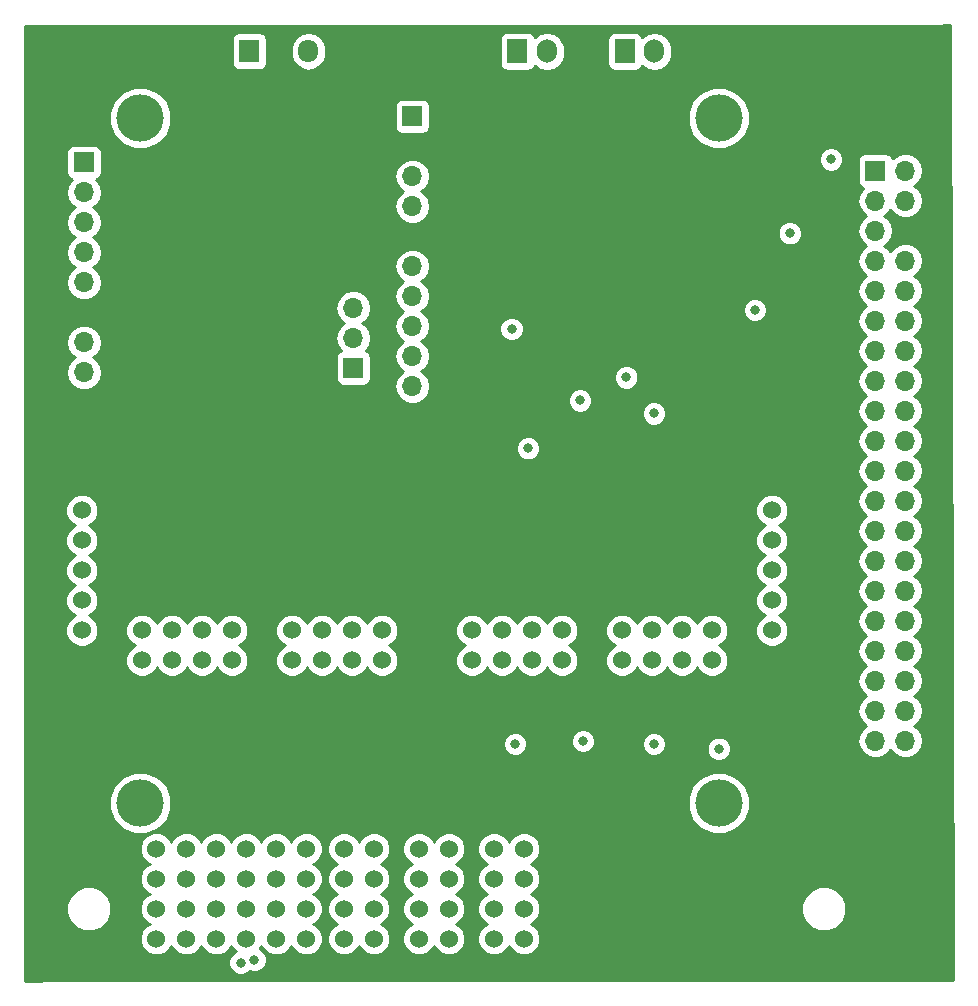
<source format=gbr>
G04 #@! TF.GenerationSoftware,KiCad,Pcbnew,(5.0.0)*
G04 #@! TF.CreationDate,2019-02-22T13:26:14-05:00*
G04 #@! TF.ProjectId,_saved_sensor_suite,5F73617665645F73656E736F725F7375,rev?*
G04 #@! TF.SameCoordinates,Original*
G04 #@! TF.FileFunction,Copper,L3,Inr,Plane*
G04 #@! TF.FilePolarity,Positive*
%FSLAX46Y46*%
G04 Gerber Fmt 4.6, Leading zero omitted, Abs format (unit mm)*
G04 Created by KiCad (PCBNEW (5.0.0)) date 02/22/19 13:26:14*
%MOMM*%
%LPD*%
G01*
G04 APERTURE LIST*
G04 #@! TA.AperFunction,ViaPad*
%ADD10R,1.700000X1.950000*%
G04 #@! TD*
G04 #@! TA.AperFunction,ViaPad*
%ADD11O,1.700000X1.950000*%
G04 #@! TD*
G04 #@! TA.AperFunction,ViaPad*
%ADD12C,4.000000*%
G04 #@! TD*
G04 #@! TA.AperFunction,ViaPad*
%ADD13R,1.700000X1.700000*%
G04 #@! TD*
G04 #@! TA.AperFunction,ViaPad*
%ADD14O,1.700000X1.700000*%
G04 #@! TD*
G04 #@! TA.AperFunction,ViaPad*
%ADD15C,1.524000*%
G04 #@! TD*
G04 #@! TA.AperFunction,ViaPad*
%ADD16O,1.700000X2.000000*%
G04 #@! TD*
G04 #@! TA.AperFunction,ViaPad*
%ADD17R,1.700000X2.000000*%
G04 #@! TD*
G04 #@! TA.AperFunction,ViaPad*
%ADD18C,0.800000*%
G04 #@! TD*
G04 #@! TA.AperFunction,Conductor*
%ADD19C,0.254000*%
G04 #@! TD*
G04 APERTURE END LIST*
D10*
G04 #@! TO.N,+5VP*
G04 #@! TO.C,J7*
X143500000Y-73600000D03*
D11*
G04 #@! TO.N,GNDPWR*
X146000000Y-73600000D03*
G04 #@! TO.N,Net-(J7-Pad3)*
X148500000Y-73600000D03*
G04 #@! TD*
D12*
G04 #@! TO.N,N/C*
G04 #@! TO.C,U2*
X134250000Y-137250000D03*
X183250000Y-137250000D03*
X183250000Y-79250000D03*
X134250000Y-79250000D03*
G04 #@! TD*
D13*
G04 #@! TO.N,+5VP*
G04 #@! TO.C,J8*
X157300000Y-79100000D03*
D14*
G04 #@! TO.N,GNDPWR*
X157300000Y-81640000D03*
G04 #@! TO.N,SCL_iso*
X157300000Y-84180000D03*
G04 #@! TO.N,SDA_iso*
X157300000Y-86720000D03*
G04 #@! TO.N,GNDPWR*
X157300000Y-89260000D03*
G04 #@! TO.N,Net-(J8-Pad6)*
X157300000Y-91800000D03*
G04 #@! TO.N,Net-(J7-Pad3)*
X157300000Y-94340000D03*
G04 #@! TO.N,Net-(J8-Pad8)*
X157300000Y-96880000D03*
G04 #@! TO.N,Net-(J8-Pad9)*
X157300000Y-99420000D03*
G04 #@! TO.N,Net-(J8-Pad10)*
X157300000Y-101960000D03*
G04 #@! TD*
D13*
G04 #@! TO.N,Net-(J6-Pad1)*
G04 #@! TO.C,J6*
X196500000Y-83700000D03*
D14*
G04 #@! TO.N,+5VP*
X199040000Y-83700000D03*
G04 #@! TO.N,SDA_iso*
X196500000Y-86240000D03*
G04 #@! TO.N,Net-(J6-Pad4)*
X199040000Y-86240000D03*
G04 #@! TO.N,SCL_iso*
X196500000Y-88780000D03*
G04 #@! TO.N,GNDPWR*
X199040000Y-88780000D03*
G04 #@! TO.N,Net-(J6-Pad7)*
X196500000Y-91320000D03*
G04 #@! TO.N,Net-(J6-Pad8)*
X199040000Y-91320000D03*
G04 #@! TO.N,Net-(J6-Pad9)*
X196500000Y-93860000D03*
G04 #@! TO.N,Net-(J6-Pad10)*
X199040000Y-93860000D03*
G04 #@! TO.N,/DigitalOutput1*
X196500000Y-96400000D03*
G04 #@! TO.N,Net-(J6-Pad12)*
X199040000Y-96400000D03*
G04 #@! TO.N,/DigitalOutput2*
X196500000Y-98940000D03*
G04 #@! TO.N,Net-(J6-Pad14)*
X199040000Y-98940000D03*
G04 #@! TO.N,Net-(J6-Pad15)*
X196500000Y-101480000D03*
G04 #@! TO.N,Net-(J6-Pad16)*
X199040000Y-101480000D03*
G04 #@! TO.N,Net-(J6-Pad17)*
X196500000Y-104020000D03*
G04 #@! TO.N,Net-(J6-Pad18)*
X199040000Y-104020000D03*
G04 #@! TO.N,Net-(J6-Pad19)*
X196500000Y-106560000D03*
G04 #@! TO.N,Net-(J6-Pad20)*
X199040000Y-106560000D03*
G04 #@! TO.N,Net-(J6-Pad21)*
X196500000Y-109100000D03*
G04 #@! TO.N,Net-(J6-Pad22)*
X199040000Y-109100000D03*
G04 #@! TO.N,Net-(J6-Pad23)*
X196500000Y-111640000D03*
G04 #@! TO.N,Net-(J6-Pad24)*
X199040000Y-111640000D03*
G04 #@! TO.N,Net-(J6-Pad25)*
X196500000Y-114180000D03*
G04 #@! TO.N,Net-(J6-Pad26)*
X199040000Y-114180000D03*
G04 #@! TO.N,Net-(J6-Pad27)*
X196500000Y-116720000D03*
G04 #@! TO.N,Net-(J6-Pad28)*
X199040000Y-116720000D03*
G04 #@! TO.N,DigitalOutput3*
X196500000Y-119260000D03*
G04 #@! TO.N,Net-(J6-Pad30)*
X199040000Y-119260000D03*
G04 #@! TO.N,DigitalOutput4*
X196500000Y-121800000D03*
G04 #@! TO.N,Net-(J6-Pad32)*
X199040000Y-121800000D03*
G04 #@! TO.N,DigitalOutput6*
X196500000Y-124340000D03*
G04 #@! TO.N,Net-(J6-Pad34)*
X199040000Y-124340000D03*
G04 #@! TO.N,DigitalOutput5*
X196500000Y-126880000D03*
G04 #@! TO.N,Net-(J6-Pad36)*
X199040000Y-126880000D03*
G04 #@! TO.N,Net-(J6-Pad37)*
X196500000Y-129420000D03*
G04 #@! TO.N,Net-(J6-Pad38)*
X199040000Y-129420000D03*
G04 #@! TO.N,Net-(J6-Pad39)*
X196500000Y-131960000D03*
G04 #@! TO.N,Net-(J6-Pad40)*
X199040000Y-131960000D03*
G04 #@! TD*
D15*
G04 #@! TO.N,SDA_iso*
G04 #@! TO.C,J2*
X129320000Y-117540000D03*
G04 #@! TO.N,SCL_iso*
X129320000Y-115000000D03*
G04 #@! TO.N,+5VP*
X129320000Y-120080000D03*
G04 #@! TO.N,*
X129320000Y-112460000D03*
G04 #@! TO.N,GNDPWR*
X129320000Y-109920000D03*
G04 #@! TO.N,*
X129320000Y-122620000D03*
G04 #@! TO.N,SDA_iso*
X187740000Y-117540000D03*
G04 #@! TO.N,+5VP*
X187740000Y-120080000D03*
G04 #@! TO.N,SCL_iso*
X187740000Y-115000000D03*
G04 #@! TO.N,*
X187740000Y-112460000D03*
G04 #@! TO.N,GNDPWR*
X187740000Y-109920000D03*
G04 #@! TO.N,*
X187740000Y-122620000D03*
G04 #@! TO.N,GNDPWR*
X134400000Y-127700000D03*
G04 #@! TO.N,*
X134400000Y-125160000D03*
G04 #@! TO.N,PWM_0*
X134400000Y-122620000D03*
G04 #@! TO.N,PWM_1*
X136940000Y-122620000D03*
G04 #@! TO.N,GNDPWR*
X136940000Y-127700000D03*
G04 #@! TO.N,*
X136940000Y-125160000D03*
G04 #@! TO.N,PWM_2*
X139480000Y-122620000D03*
G04 #@! TO.N,GNDPWR*
X139480000Y-127700000D03*
G04 #@! TO.N,*
X139480000Y-125160000D03*
G04 #@! TO.N,PWM_3*
X142020000Y-122620000D03*
G04 #@! TO.N,GNDPWR*
X142020000Y-127700000D03*
G04 #@! TO.N,*
X142020000Y-125160000D03*
G04 #@! TO.N,PWM_4*
X147100000Y-122620000D03*
G04 #@! TO.N,GNDPWR*
X147100000Y-127700000D03*
G04 #@! TO.N,*
X147100000Y-125160000D03*
G04 #@! TO.N,PWM_5*
X149640000Y-122620000D03*
G04 #@! TO.N,GNDPWR*
X149640000Y-127700000D03*
G04 #@! TO.N,*
X149640000Y-125160000D03*
G04 #@! TO.N,PWM_6*
X152180000Y-122620000D03*
G04 #@! TO.N,GNDPWR*
X152180000Y-127700000D03*
G04 #@! TO.N,*
X152180000Y-125160000D03*
G04 #@! TO.N,PWM_7*
X154720000Y-122620000D03*
G04 #@! TO.N,GNDPWR*
X154720000Y-127700000D03*
G04 #@! TO.N,*
X154720000Y-125160000D03*
G04 #@! TO.N,PWM_8*
X162340000Y-122620000D03*
G04 #@! TO.N,GNDPWR*
X162340000Y-127700000D03*
G04 #@! TO.N,*
X162340000Y-125160000D03*
G04 #@! TO.N,PWM_9*
X164880000Y-122620000D03*
G04 #@! TO.N,*
X164880000Y-125160000D03*
G04 #@! TO.N,GNDPWR*
X164880000Y-127700000D03*
G04 #@! TO.N,PWM_10*
X167420000Y-122620000D03*
G04 #@! TO.N,*
X167420000Y-125160000D03*
G04 #@! TO.N,GNDPWR*
X167420000Y-127700000D03*
G04 #@! TO.N,PWM_11*
X169960000Y-122620000D03*
G04 #@! TO.N,*
X169960000Y-125160000D03*
G04 #@! TO.N,GNDPWR*
X169960000Y-127700000D03*
G04 #@! TO.N,PWM_15_*
X182660000Y-122620000D03*
G04 #@! TO.N,GNDPWR*
X182660000Y-127700000D03*
G04 #@! TO.N,*
X182660000Y-125160000D03*
G04 #@! TO.N,PWM_14_*
X180120000Y-122620000D03*
G04 #@! TO.N,*
X180120000Y-125160000D03*
G04 #@! TO.N,GNDPWR*
X180120000Y-127700000D03*
X177580000Y-127700000D03*
G04 #@! TO.N,*
X177580000Y-125160000D03*
G04 #@! TO.N,PWM_13_*
X177580000Y-122620000D03*
G04 #@! TO.N,PWM_12_*
X175040000Y-122620000D03*
G04 #@! TO.N,*
X175040000Y-125160000D03*
G04 #@! TO.N,GNDPWR*
X175040000Y-127700000D03*
G04 #@! TD*
D14*
G04 #@! TO.N,+3V3*
G04 #@! TO.C,J5*
X129500000Y-100780000D03*
X129500000Y-98240000D03*
G04 #@! TO.N,GNDPWR*
X129500000Y-95700000D03*
G04 #@! TO.N,Net-(J5-Pad5)*
X129500000Y-93160000D03*
G04 #@! TO.N,Net-(J5-Pad4)*
X129500000Y-90620000D03*
G04 #@! TO.N,Net-(J5-Pad3)*
X129500000Y-88080000D03*
G04 #@! TO.N,SCL_iso*
X129500000Y-85540000D03*
D13*
G04 #@! TO.N,SDA_iso*
X129500000Y-83000000D03*
G04 #@! TD*
D16*
G04 #@! TO.N,/temp2n*
G04 #@! TO.C,J4*
X168700000Y-73600000D03*
D17*
G04 #@! TO.N,/temp2p*
X166200000Y-73600000D03*
G04 #@! TD*
D16*
G04 #@! TO.N,/temp1n*
G04 #@! TO.C,J3*
X177800000Y-73600000D03*
D17*
G04 #@! TO.N,/temp1p*
X175300000Y-73600000D03*
G04 #@! TD*
D14*
G04 #@! TO.N,GNDPWR*
G04 #@! TO.C,J1*
X152300000Y-92780000D03*
G04 #@! TO.N,SDA_iso*
X152300000Y-95320000D03*
G04 #@! TO.N,SCL_iso*
X152300000Y-97860000D03*
D13*
G04 #@! TO.N,+3V3*
X152300000Y-100400000D03*
G04 #@! TD*
D15*
G04 #@! TO.N,GNDPWR*
G04 #@! TO.C,CN1*
X185970000Y-146200000D03*
X185970000Y-141120000D03*
X183430000Y-146200000D03*
X185970000Y-148740000D03*
X183430000Y-141120000D03*
X183430000Y-143660000D03*
X183430000Y-148740000D03*
X185970000Y-143660000D03*
X179640000Y-148740000D03*
X179640000Y-143660000D03*
X177080000Y-143660000D03*
X177080000Y-146200000D03*
X177080000Y-148740000D03*
X179640000Y-146200000D03*
X177080000Y-141120000D03*
X179640000Y-141120000D03*
X170750000Y-148740000D03*
X173290000Y-143660000D03*
X170750000Y-143660000D03*
X173290000Y-141120000D03*
X173290000Y-146200000D03*
X170750000Y-146200000D03*
X170750000Y-141120000D03*
X173290000Y-148740000D03*
G04 #@! TO.N,Net-(CN1-Pad3)*
X164200000Y-146200000D03*
X164200000Y-141120000D03*
X164200000Y-143660000D03*
X164200000Y-148740000D03*
X166740000Y-146200000D03*
X166740000Y-148740000D03*
X166740000Y-141120000D03*
X166740000Y-143660000D03*
G04 #@! TO.N,Net-(CN1-Pad2)*
X160390000Y-146200000D03*
X160390000Y-141120000D03*
X160390000Y-143660000D03*
X160390000Y-148740000D03*
X157850000Y-141120000D03*
X157850000Y-146200000D03*
X157850000Y-143660000D03*
X157850000Y-148740000D03*
G04 #@! TO.N,PWM_10*
X148330000Y-143660000D03*
G04 #@! TO.N,PWM_12*
X148330000Y-148740000D03*
G04 #@! TO.N,PWM_14*
X148330000Y-146200000D03*
G04 #@! TO.N,PWM_7*
X148330000Y-141120000D03*
G04 #@! TO.N,PWM_11*
X145790000Y-143660000D03*
G04 #@! TO.N,PWM_13*
X145790000Y-148740000D03*
G04 #@! TO.N,PWM_15*
X145790000Y-146200000D03*
G04 #@! TO.N,PWM_6*
X145790000Y-141120000D03*
G04 #@! TO.N,PWM_9*
X143250000Y-143660000D03*
G04 #@! TO.N,/DigitalOutput1*
X143250000Y-148740000D03*
G04 #@! TO.N,/DigitalOutput2*
X143250000Y-146200000D03*
G04 #@! TO.N,PWM_5*
X143250000Y-141120000D03*
G04 #@! TO.N,Net-(CN1-Pad1)*
X151500000Y-148740000D03*
X151500000Y-146200000D03*
X151500000Y-143660000D03*
X154040000Y-148740000D03*
X154040000Y-146200000D03*
X154040000Y-143660000D03*
X154040000Y-141120000D03*
X151500000Y-141120000D03*
G04 #@! TO.N,PWM_0*
X135630000Y-148740000D03*
G04 #@! TO.N,PWM_3*
X140710000Y-148740000D03*
G04 #@! TO.N,+5VP*
X138170000Y-148740000D03*
G04 #@! TO.N,PWM_1*
X135630000Y-146200000D03*
G04 #@! TO.N,+5VP*
X138170000Y-146200000D03*
G04 #@! TO.N,PWM_2*
X140710000Y-146200000D03*
G04 #@! TO.N,SDA_iso*
X135630000Y-143660000D03*
G04 #@! TO.N,+5VP*
X138170000Y-143660000D03*
G04 #@! TO.N,PWM_8*
X140710000Y-143660000D03*
G04 #@! TO.N,PWM_4*
X140710000Y-141120000D03*
G04 #@! TO.N,+5VP*
X138170000Y-141120000D03*
G04 #@! TO.N,SCL_iso*
X135630000Y-141120000D03*
G04 #@! TD*
D18*
G04 #@! TO.N,GNDPWR*
X166800000Y-104100000D03*
X163900000Y-97300000D03*
G04 #@! TO.N,+5VP*
X192750000Y-82750000D03*
X189250000Y-89000000D03*
X167100000Y-107200000D03*
X177750000Y-104250000D03*
G04 #@! TO.N,SCL_iso*
X171492828Y-103157492D03*
X186300000Y-95500000D03*
G04 #@! TO.N,Net-(C3-Pad1)*
X175400000Y-101200000D03*
X165700000Y-97100000D03*
G04 #@! TO.N,/DigitalOutput1*
X143932370Y-150500000D03*
G04 #@! TO.N,/DigitalOutput2*
X142750000Y-150750000D03*
G04 #@! TO.N,DigitalOutput3*
X183250000Y-132650000D03*
G04 #@! TO.N,DigitalOutput4*
X177750000Y-132250000D03*
G04 #@! TO.N,DigitalOutput5*
X171750000Y-132000000D03*
G04 #@! TO.N,DigitalOutput6*
X166000000Y-132250000D03*
G04 #@! TD*
D19*
G04 #@! TO.N,GNDPWR*
G36*
X203072608Y-152265000D02*
X125927612Y-152265000D01*
X125887393Y-152273000D01*
X124485000Y-152273000D01*
X124485000Y-145821072D01*
X128005000Y-145821072D01*
X128005000Y-146578928D01*
X128295019Y-147279096D01*
X128830904Y-147814981D01*
X129531072Y-148105000D01*
X130288928Y-148105000D01*
X130989096Y-147814981D01*
X131524981Y-147279096D01*
X131815000Y-146578928D01*
X131815000Y-145821072D01*
X131524981Y-145120904D01*
X130989096Y-144585019D01*
X130288928Y-144295000D01*
X129531072Y-144295000D01*
X128830904Y-144585019D01*
X128295019Y-145120904D01*
X128005000Y-145821072D01*
X124485000Y-145821072D01*
X124485000Y-140842119D01*
X134233000Y-140842119D01*
X134233000Y-141397881D01*
X134445680Y-141911337D01*
X134838663Y-142304320D01*
X135045513Y-142390000D01*
X134838663Y-142475680D01*
X134445680Y-142868663D01*
X134233000Y-143382119D01*
X134233000Y-143937881D01*
X134445680Y-144451337D01*
X134838663Y-144844320D01*
X135045513Y-144930000D01*
X134838663Y-145015680D01*
X134445680Y-145408663D01*
X134233000Y-145922119D01*
X134233000Y-146477881D01*
X134445680Y-146991337D01*
X134838663Y-147384320D01*
X135045513Y-147470000D01*
X134838663Y-147555680D01*
X134445680Y-147948663D01*
X134233000Y-148462119D01*
X134233000Y-149017881D01*
X134445680Y-149531337D01*
X134838663Y-149924320D01*
X135352119Y-150137000D01*
X135907881Y-150137000D01*
X136421337Y-149924320D01*
X136814320Y-149531337D01*
X136900000Y-149324487D01*
X136985680Y-149531337D01*
X137378663Y-149924320D01*
X137892119Y-150137000D01*
X138447881Y-150137000D01*
X138961337Y-149924320D01*
X139354320Y-149531337D01*
X139440000Y-149324487D01*
X139525680Y-149531337D01*
X139918663Y-149924320D01*
X140432119Y-150137000D01*
X140987881Y-150137000D01*
X141501337Y-149924320D01*
X141894320Y-149531337D01*
X141980000Y-149324487D01*
X142065680Y-149531337D01*
X142335683Y-149801340D01*
X142163720Y-149872569D01*
X141872569Y-150163720D01*
X141715000Y-150544126D01*
X141715000Y-150955874D01*
X141872569Y-151336280D01*
X142163720Y-151627431D01*
X142544126Y-151785000D01*
X142955874Y-151785000D01*
X143336280Y-151627431D01*
X143515930Y-151447781D01*
X143726496Y-151535000D01*
X144138244Y-151535000D01*
X144518650Y-151377431D01*
X144809801Y-151086280D01*
X144967370Y-150705874D01*
X144967370Y-150294126D01*
X144809801Y-149913720D01*
X144518650Y-149622569D01*
X144394509Y-149571148D01*
X144434320Y-149531337D01*
X144520000Y-149324487D01*
X144605680Y-149531337D01*
X144998663Y-149924320D01*
X145512119Y-150137000D01*
X146067881Y-150137000D01*
X146581337Y-149924320D01*
X146974320Y-149531337D01*
X147060000Y-149324487D01*
X147145680Y-149531337D01*
X147538663Y-149924320D01*
X148052119Y-150137000D01*
X148607881Y-150137000D01*
X149121337Y-149924320D01*
X149514320Y-149531337D01*
X149727000Y-149017881D01*
X149727000Y-148462119D01*
X149514320Y-147948663D01*
X149121337Y-147555680D01*
X148914487Y-147470000D01*
X149121337Y-147384320D01*
X149514320Y-146991337D01*
X149727000Y-146477881D01*
X149727000Y-145922119D01*
X149514320Y-145408663D01*
X149121337Y-145015680D01*
X148914487Y-144930000D01*
X149121337Y-144844320D01*
X149514320Y-144451337D01*
X149727000Y-143937881D01*
X149727000Y-143382119D01*
X149514320Y-142868663D01*
X149121337Y-142475680D01*
X148914487Y-142390000D01*
X149121337Y-142304320D01*
X149514320Y-141911337D01*
X149727000Y-141397881D01*
X149727000Y-140842119D01*
X150103000Y-140842119D01*
X150103000Y-141397881D01*
X150315680Y-141911337D01*
X150708663Y-142304320D01*
X150915513Y-142390000D01*
X150708663Y-142475680D01*
X150315680Y-142868663D01*
X150103000Y-143382119D01*
X150103000Y-143937881D01*
X150315680Y-144451337D01*
X150708663Y-144844320D01*
X150915513Y-144930000D01*
X150708663Y-145015680D01*
X150315680Y-145408663D01*
X150103000Y-145922119D01*
X150103000Y-146477881D01*
X150315680Y-146991337D01*
X150708663Y-147384320D01*
X150915513Y-147470000D01*
X150708663Y-147555680D01*
X150315680Y-147948663D01*
X150103000Y-148462119D01*
X150103000Y-149017881D01*
X150315680Y-149531337D01*
X150708663Y-149924320D01*
X151222119Y-150137000D01*
X151777881Y-150137000D01*
X152291337Y-149924320D01*
X152684320Y-149531337D01*
X152770000Y-149324487D01*
X152855680Y-149531337D01*
X153248663Y-149924320D01*
X153762119Y-150137000D01*
X154317881Y-150137000D01*
X154831337Y-149924320D01*
X155224320Y-149531337D01*
X155437000Y-149017881D01*
X155437000Y-148462119D01*
X155224320Y-147948663D01*
X154831337Y-147555680D01*
X154624487Y-147470000D01*
X154831337Y-147384320D01*
X155224320Y-146991337D01*
X155437000Y-146477881D01*
X155437000Y-145922119D01*
X155224320Y-145408663D01*
X154831337Y-145015680D01*
X154624487Y-144930000D01*
X154831337Y-144844320D01*
X155224320Y-144451337D01*
X155437000Y-143937881D01*
X155437000Y-143382119D01*
X155224320Y-142868663D01*
X154831337Y-142475680D01*
X154624487Y-142390000D01*
X154831337Y-142304320D01*
X155224320Y-141911337D01*
X155437000Y-141397881D01*
X155437000Y-140842119D01*
X156453000Y-140842119D01*
X156453000Y-141397881D01*
X156665680Y-141911337D01*
X157058663Y-142304320D01*
X157265513Y-142390000D01*
X157058663Y-142475680D01*
X156665680Y-142868663D01*
X156453000Y-143382119D01*
X156453000Y-143937881D01*
X156665680Y-144451337D01*
X157058663Y-144844320D01*
X157265513Y-144930000D01*
X157058663Y-145015680D01*
X156665680Y-145408663D01*
X156453000Y-145922119D01*
X156453000Y-146477881D01*
X156665680Y-146991337D01*
X157058663Y-147384320D01*
X157265513Y-147470000D01*
X157058663Y-147555680D01*
X156665680Y-147948663D01*
X156453000Y-148462119D01*
X156453000Y-149017881D01*
X156665680Y-149531337D01*
X157058663Y-149924320D01*
X157572119Y-150137000D01*
X158127881Y-150137000D01*
X158641337Y-149924320D01*
X159034320Y-149531337D01*
X159120000Y-149324487D01*
X159205680Y-149531337D01*
X159598663Y-149924320D01*
X160112119Y-150137000D01*
X160667881Y-150137000D01*
X161181337Y-149924320D01*
X161574320Y-149531337D01*
X161787000Y-149017881D01*
X161787000Y-148462119D01*
X161574320Y-147948663D01*
X161181337Y-147555680D01*
X160974487Y-147470000D01*
X161181337Y-147384320D01*
X161574320Y-146991337D01*
X161787000Y-146477881D01*
X161787000Y-145922119D01*
X161574320Y-145408663D01*
X161181337Y-145015680D01*
X160974487Y-144930000D01*
X161181337Y-144844320D01*
X161574320Y-144451337D01*
X161787000Y-143937881D01*
X161787000Y-143382119D01*
X161574320Y-142868663D01*
X161181337Y-142475680D01*
X160974487Y-142390000D01*
X161181337Y-142304320D01*
X161574320Y-141911337D01*
X161787000Y-141397881D01*
X161787000Y-140842119D01*
X162803000Y-140842119D01*
X162803000Y-141397881D01*
X163015680Y-141911337D01*
X163408663Y-142304320D01*
X163615513Y-142390000D01*
X163408663Y-142475680D01*
X163015680Y-142868663D01*
X162803000Y-143382119D01*
X162803000Y-143937881D01*
X163015680Y-144451337D01*
X163408663Y-144844320D01*
X163615513Y-144930000D01*
X163408663Y-145015680D01*
X163015680Y-145408663D01*
X162803000Y-145922119D01*
X162803000Y-146477881D01*
X163015680Y-146991337D01*
X163408663Y-147384320D01*
X163615513Y-147470000D01*
X163408663Y-147555680D01*
X163015680Y-147948663D01*
X162803000Y-148462119D01*
X162803000Y-149017881D01*
X163015680Y-149531337D01*
X163408663Y-149924320D01*
X163922119Y-150137000D01*
X164477881Y-150137000D01*
X164991337Y-149924320D01*
X165384320Y-149531337D01*
X165470000Y-149324487D01*
X165555680Y-149531337D01*
X165948663Y-149924320D01*
X166462119Y-150137000D01*
X167017881Y-150137000D01*
X167531337Y-149924320D01*
X167924320Y-149531337D01*
X168137000Y-149017881D01*
X168137000Y-148462119D01*
X167924320Y-147948663D01*
X167531337Y-147555680D01*
X167324487Y-147470000D01*
X167531337Y-147384320D01*
X167924320Y-146991337D01*
X168137000Y-146477881D01*
X168137000Y-145922119D01*
X168095146Y-145821072D01*
X190235000Y-145821072D01*
X190235000Y-146578928D01*
X190525019Y-147279096D01*
X191060904Y-147814981D01*
X191761072Y-148105000D01*
X192518928Y-148105000D01*
X193219096Y-147814981D01*
X193754981Y-147279096D01*
X194045000Y-146578928D01*
X194045000Y-145821072D01*
X193754981Y-145120904D01*
X193219096Y-144585019D01*
X192518928Y-144295000D01*
X191761072Y-144295000D01*
X191060904Y-144585019D01*
X190525019Y-145120904D01*
X190235000Y-145821072D01*
X168095146Y-145821072D01*
X167924320Y-145408663D01*
X167531337Y-145015680D01*
X167324487Y-144930000D01*
X167531337Y-144844320D01*
X167924320Y-144451337D01*
X168137000Y-143937881D01*
X168137000Y-143382119D01*
X167924320Y-142868663D01*
X167531337Y-142475680D01*
X167324487Y-142390000D01*
X167531337Y-142304320D01*
X167924320Y-141911337D01*
X168137000Y-141397881D01*
X168137000Y-140842119D01*
X167924320Y-140328663D01*
X167531337Y-139935680D01*
X167017881Y-139723000D01*
X166462119Y-139723000D01*
X165948663Y-139935680D01*
X165555680Y-140328663D01*
X165470000Y-140535513D01*
X165384320Y-140328663D01*
X164991337Y-139935680D01*
X164477881Y-139723000D01*
X163922119Y-139723000D01*
X163408663Y-139935680D01*
X163015680Y-140328663D01*
X162803000Y-140842119D01*
X161787000Y-140842119D01*
X161574320Y-140328663D01*
X161181337Y-139935680D01*
X160667881Y-139723000D01*
X160112119Y-139723000D01*
X159598663Y-139935680D01*
X159205680Y-140328663D01*
X159120000Y-140535513D01*
X159034320Y-140328663D01*
X158641337Y-139935680D01*
X158127881Y-139723000D01*
X157572119Y-139723000D01*
X157058663Y-139935680D01*
X156665680Y-140328663D01*
X156453000Y-140842119D01*
X155437000Y-140842119D01*
X155224320Y-140328663D01*
X154831337Y-139935680D01*
X154317881Y-139723000D01*
X153762119Y-139723000D01*
X153248663Y-139935680D01*
X152855680Y-140328663D01*
X152770000Y-140535513D01*
X152684320Y-140328663D01*
X152291337Y-139935680D01*
X151777881Y-139723000D01*
X151222119Y-139723000D01*
X150708663Y-139935680D01*
X150315680Y-140328663D01*
X150103000Y-140842119D01*
X149727000Y-140842119D01*
X149514320Y-140328663D01*
X149121337Y-139935680D01*
X148607881Y-139723000D01*
X148052119Y-139723000D01*
X147538663Y-139935680D01*
X147145680Y-140328663D01*
X147060000Y-140535513D01*
X146974320Y-140328663D01*
X146581337Y-139935680D01*
X146067881Y-139723000D01*
X145512119Y-139723000D01*
X144998663Y-139935680D01*
X144605680Y-140328663D01*
X144520000Y-140535513D01*
X144434320Y-140328663D01*
X144041337Y-139935680D01*
X143527881Y-139723000D01*
X142972119Y-139723000D01*
X142458663Y-139935680D01*
X142065680Y-140328663D01*
X141980000Y-140535513D01*
X141894320Y-140328663D01*
X141501337Y-139935680D01*
X140987881Y-139723000D01*
X140432119Y-139723000D01*
X139918663Y-139935680D01*
X139525680Y-140328663D01*
X139440000Y-140535513D01*
X139354320Y-140328663D01*
X138961337Y-139935680D01*
X138447881Y-139723000D01*
X137892119Y-139723000D01*
X137378663Y-139935680D01*
X136985680Y-140328663D01*
X136900000Y-140535513D01*
X136814320Y-140328663D01*
X136421337Y-139935680D01*
X135907881Y-139723000D01*
X135352119Y-139723000D01*
X134838663Y-139935680D01*
X134445680Y-140328663D01*
X134233000Y-140842119D01*
X124485000Y-140842119D01*
X124485000Y-136725866D01*
X131615000Y-136725866D01*
X131615000Y-137774134D01*
X132016155Y-138742608D01*
X132757392Y-139483845D01*
X133725866Y-139885000D01*
X134774134Y-139885000D01*
X135742608Y-139483845D01*
X136483845Y-138742608D01*
X136885000Y-137774134D01*
X136885000Y-136725866D01*
X180615000Y-136725866D01*
X180615000Y-137774134D01*
X181016155Y-138742608D01*
X181757392Y-139483845D01*
X182725866Y-139885000D01*
X183774134Y-139885000D01*
X184742608Y-139483845D01*
X185483845Y-138742608D01*
X185885000Y-137774134D01*
X185885000Y-136725866D01*
X185483845Y-135757392D01*
X184742608Y-135016155D01*
X183774134Y-134615000D01*
X182725866Y-134615000D01*
X181757392Y-135016155D01*
X181016155Y-135757392D01*
X180615000Y-136725866D01*
X136885000Y-136725866D01*
X136483845Y-135757392D01*
X135742608Y-135016155D01*
X134774134Y-134615000D01*
X133725866Y-134615000D01*
X132757392Y-135016155D01*
X132016155Y-135757392D01*
X131615000Y-136725866D01*
X124485000Y-136725866D01*
X124485000Y-132044126D01*
X164965000Y-132044126D01*
X164965000Y-132455874D01*
X165122569Y-132836280D01*
X165413720Y-133127431D01*
X165794126Y-133285000D01*
X166205874Y-133285000D01*
X166586280Y-133127431D01*
X166877431Y-132836280D01*
X167035000Y-132455874D01*
X167035000Y-132044126D01*
X166931447Y-131794126D01*
X170715000Y-131794126D01*
X170715000Y-132205874D01*
X170872569Y-132586280D01*
X171163720Y-132877431D01*
X171544126Y-133035000D01*
X171955874Y-133035000D01*
X172336280Y-132877431D01*
X172627431Y-132586280D01*
X172785000Y-132205874D01*
X172785000Y-132044126D01*
X176715000Y-132044126D01*
X176715000Y-132455874D01*
X176872569Y-132836280D01*
X177163720Y-133127431D01*
X177544126Y-133285000D01*
X177955874Y-133285000D01*
X178336280Y-133127431D01*
X178627431Y-132836280D01*
X178785000Y-132455874D01*
X178785000Y-132444126D01*
X182215000Y-132444126D01*
X182215000Y-132855874D01*
X182372569Y-133236280D01*
X182663720Y-133527431D01*
X183044126Y-133685000D01*
X183455874Y-133685000D01*
X183836280Y-133527431D01*
X184127431Y-133236280D01*
X184285000Y-132855874D01*
X184285000Y-132444126D01*
X184127431Y-132063720D01*
X183836280Y-131772569D01*
X183455874Y-131615000D01*
X183044126Y-131615000D01*
X182663720Y-131772569D01*
X182372569Y-132063720D01*
X182215000Y-132444126D01*
X178785000Y-132444126D01*
X178785000Y-132044126D01*
X178627431Y-131663720D01*
X178336280Y-131372569D01*
X177955874Y-131215000D01*
X177544126Y-131215000D01*
X177163720Y-131372569D01*
X176872569Y-131663720D01*
X176715000Y-132044126D01*
X172785000Y-132044126D01*
X172785000Y-131794126D01*
X172627431Y-131413720D01*
X172336280Y-131122569D01*
X171955874Y-130965000D01*
X171544126Y-130965000D01*
X171163720Y-131122569D01*
X170872569Y-131413720D01*
X170715000Y-131794126D01*
X166931447Y-131794126D01*
X166877431Y-131663720D01*
X166586280Y-131372569D01*
X166205874Y-131215000D01*
X165794126Y-131215000D01*
X165413720Y-131372569D01*
X165122569Y-131663720D01*
X164965000Y-132044126D01*
X124485000Y-132044126D01*
X124485000Y-112182119D01*
X127923000Y-112182119D01*
X127923000Y-112737881D01*
X128135680Y-113251337D01*
X128528663Y-113644320D01*
X128735513Y-113730000D01*
X128528663Y-113815680D01*
X128135680Y-114208663D01*
X127923000Y-114722119D01*
X127923000Y-115277881D01*
X128135680Y-115791337D01*
X128528663Y-116184320D01*
X128735513Y-116270000D01*
X128528663Y-116355680D01*
X128135680Y-116748663D01*
X127923000Y-117262119D01*
X127923000Y-117817881D01*
X128135680Y-118331337D01*
X128528663Y-118724320D01*
X128735513Y-118810000D01*
X128528663Y-118895680D01*
X128135680Y-119288663D01*
X127923000Y-119802119D01*
X127923000Y-120357881D01*
X128135680Y-120871337D01*
X128528663Y-121264320D01*
X128735513Y-121350000D01*
X128528663Y-121435680D01*
X128135680Y-121828663D01*
X127923000Y-122342119D01*
X127923000Y-122897881D01*
X128135680Y-123411337D01*
X128528663Y-123804320D01*
X129042119Y-124017000D01*
X129597881Y-124017000D01*
X130111337Y-123804320D01*
X130504320Y-123411337D01*
X130717000Y-122897881D01*
X130717000Y-122342119D01*
X133003000Y-122342119D01*
X133003000Y-122897881D01*
X133215680Y-123411337D01*
X133608663Y-123804320D01*
X133815513Y-123890000D01*
X133608663Y-123975680D01*
X133215680Y-124368663D01*
X133003000Y-124882119D01*
X133003000Y-125437881D01*
X133215680Y-125951337D01*
X133608663Y-126344320D01*
X134122119Y-126557000D01*
X134677881Y-126557000D01*
X135191337Y-126344320D01*
X135584320Y-125951337D01*
X135670000Y-125744487D01*
X135755680Y-125951337D01*
X136148663Y-126344320D01*
X136662119Y-126557000D01*
X137217881Y-126557000D01*
X137731337Y-126344320D01*
X138124320Y-125951337D01*
X138210000Y-125744487D01*
X138295680Y-125951337D01*
X138688663Y-126344320D01*
X139202119Y-126557000D01*
X139757881Y-126557000D01*
X140271337Y-126344320D01*
X140664320Y-125951337D01*
X140750000Y-125744487D01*
X140835680Y-125951337D01*
X141228663Y-126344320D01*
X141742119Y-126557000D01*
X142297881Y-126557000D01*
X142811337Y-126344320D01*
X143204320Y-125951337D01*
X143417000Y-125437881D01*
X143417000Y-124882119D01*
X143204320Y-124368663D01*
X142811337Y-123975680D01*
X142604487Y-123890000D01*
X142811337Y-123804320D01*
X143204320Y-123411337D01*
X143417000Y-122897881D01*
X143417000Y-122342119D01*
X145703000Y-122342119D01*
X145703000Y-122897881D01*
X145915680Y-123411337D01*
X146308663Y-123804320D01*
X146515513Y-123890000D01*
X146308663Y-123975680D01*
X145915680Y-124368663D01*
X145703000Y-124882119D01*
X145703000Y-125437881D01*
X145915680Y-125951337D01*
X146308663Y-126344320D01*
X146822119Y-126557000D01*
X147377881Y-126557000D01*
X147891337Y-126344320D01*
X148284320Y-125951337D01*
X148370000Y-125744487D01*
X148455680Y-125951337D01*
X148848663Y-126344320D01*
X149362119Y-126557000D01*
X149917881Y-126557000D01*
X150431337Y-126344320D01*
X150824320Y-125951337D01*
X150910000Y-125744487D01*
X150995680Y-125951337D01*
X151388663Y-126344320D01*
X151902119Y-126557000D01*
X152457881Y-126557000D01*
X152971337Y-126344320D01*
X153364320Y-125951337D01*
X153450000Y-125744487D01*
X153535680Y-125951337D01*
X153928663Y-126344320D01*
X154442119Y-126557000D01*
X154997881Y-126557000D01*
X155511337Y-126344320D01*
X155904320Y-125951337D01*
X156117000Y-125437881D01*
X156117000Y-124882119D01*
X155904320Y-124368663D01*
X155511337Y-123975680D01*
X155304487Y-123890000D01*
X155511337Y-123804320D01*
X155904320Y-123411337D01*
X156117000Y-122897881D01*
X156117000Y-122342119D01*
X160943000Y-122342119D01*
X160943000Y-122897881D01*
X161155680Y-123411337D01*
X161548663Y-123804320D01*
X161755513Y-123890000D01*
X161548663Y-123975680D01*
X161155680Y-124368663D01*
X160943000Y-124882119D01*
X160943000Y-125437881D01*
X161155680Y-125951337D01*
X161548663Y-126344320D01*
X162062119Y-126557000D01*
X162617881Y-126557000D01*
X163131337Y-126344320D01*
X163524320Y-125951337D01*
X163610000Y-125744487D01*
X163695680Y-125951337D01*
X164088663Y-126344320D01*
X164602119Y-126557000D01*
X165157881Y-126557000D01*
X165671337Y-126344320D01*
X166064320Y-125951337D01*
X166150000Y-125744487D01*
X166235680Y-125951337D01*
X166628663Y-126344320D01*
X167142119Y-126557000D01*
X167697881Y-126557000D01*
X168211337Y-126344320D01*
X168604320Y-125951337D01*
X168690000Y-125744487D01*
X168775680Y-125951337D01*
X169168663Y-126344320D01*
X169682119Y-126557000D01*
X170237881Y-126557000D01*
X170751337Y-126344320D01*
X171144320Y-125951337D01*
X171357000Y-125437881D01*
X171357000Y-124882119D01*
X171144320Y-124368663D01*
X170751337Y-123975680D01*
X170544487Y-123890000D01*
X170751337Y-123804320D01*
X171144320Y-123411337D01*
X171357000Y-122897881D01*
X171357000Y-122342119D01*
X173643000Y-122342119D01*
X173643000Y-122897881D01*
X173855680Y-123411337D01*
X174248663Y-123804320D01*
X174455513Y-123890000D01*
X174248663Y-123975680D01*
X173855680Y-124368663D01*
X173643000Y-124882119D01*
X173643000Y-125437881D01*
X173855680Y-125951337D01*
X174248663Y-126344320D01*
X174762119Y-126557000D01*
X175317881Y-126557000D01*
X175831337Y-126344320D01*
X176224320Y-125951337D01*
X176310000Y-125744487D01*
X176395680Y-125951337D01*
X176788663Y-126344320D01*
X177302119Y-126557000D01*
X177857881Y-126557000D01*
X178371337Y-126344320D01*
X178764320Y-125951337D01*
X178850000Y-125744487D01*
X178935680Y-125951337D01*
X179328663Y-126344320D01*
X179842119Y-126557000D01*
X180397881Y-126557000D01*
X180911337Y-126344320D01*
X181304320Y-125951337D01*
X181390000Y-125744487D01*
X181475680Y-125951337D01*
X181868663Y-126344320D01*
X182382119Y-126557000D01*
X182937881Y-126557000D01*
X183451337Y-126344320D01*
X183844320Y-125951337D01*
X184057000Y-125437881D01*
X184057000Y-124882119D01*
X183844320Y-124368663D01*
X183451337Y-123975680D01*
X183244487Y-123890000D01*
X183451337Y-123804320D01*
X183844320Y-123411337D01*
X184057000Y-122897881D01*
X184057000Y-122342119D01*
X183844320Y-121828663D01*
X183451337Y-121435680D01*
X182937881Y-121223000D01*
X182382119Y-121223000D01*
X181868663Y-121435680D01*
X181475680Y-121828663D01*
X181390000Y-122035513D01*
X181304320Y-121828663D01*
X180911337Y-121435680D01*
X180397881Y-121223000D01*
X179842119Y-121223000D01*
X179328663Y-121435680D01*
X178935680Y-121828663D01*
X178850000Y-122035513D01*
X178764320Y-121828663D01*
X178371337Y-121435680D01*
X177857881Y-121223000D01*
X177302119Y-121223000D01*
X176788663Y-121435680D01*
X176395680Y-121828663D01*
X176310000Y-122035513D01*
X176224320Y-121828663D01*
X175831337Y-121435680D01*
X175317881Y-121223000D01*
X174762119Y-121223000D01*
X174248663Y-121435680D01*
X173855680Y-121828663D01*
X173643000Y-122342119D01*
X171357000Y-122342119D01*
X171144320Y-121828663D01*
X170751337Y-121435680D01*
X170237881Y-121223000D01*
X169682119Y-121223000D01*
X169168663Y-121435680D01*
X168775680Y-121828663D01*
X168690000Y-122035513D01*
X168604320Y-121828663D01*
X168211337Y-121435680D01*
X167697881Y-121223000D01*
X167142119Y-121223000D01*
X166628663Y-121435680D01*
X166235680Y-121828663D01*
X166150000Y-122035513D01*
X166064320Y-121828663D01*
X165671337Y-121435680D01*
X165157881Y-121223000D01*
X164602119Y-121223000D01*
X164088663Y-121435680D01*
X163695680Y-121828663D01*
X163610000Y-122035513D01*
X163524320Y-121828663D01*
X163131337Y-121435680D01*
X162617881Y-121223000D01*
X162062119Y-121223000D01*
X161548663Y-121435680D01*
X161155680Y-121828663D01*
X160943000Y-122342119D01*
X156117000Y-122342119D01*
X155904320Y-121828663D01*
X155511337Y-121435680D01*
X154997881Y-121223000D01*
X154442119Y-121223000D01*
X153928663Y-121435680D01*
X153535680Y-121828663D01*
X153450000Y-122035513D01*
X153364320Y-121828663D01*
X152971337Y-121435680D01*
X152457881Y-121223000D01*
X151902119Y-121223000D01*
X151388663Y-121435680D01*
X150995680Y-121828663D01*
X150910000Y-122035513D01*
X150824320Y-121828663D01*
X150431337Y-121435680D01*
X149917881Y-121223000D01*
X149362119Y-121223000D01*
X148848663Y-121435680D01*
X148455680Y-121828663D01*
X148370000Y-122035513D01*
X148284320Y-121828663D01*
X147891337Y-121435680D01*
X147377881Y-121223000D01*
X146822119Y-121223000D01*
X146308663Y-121435680D01*
X145915680Y-121828663D01*
X145703000Y-122342119D01*
X143417000Y-122342119D01*
X143204320Y-121828663D01*
X142811337Y-121435680D01*
X142297881Y-121223000D01*
X141742119Y-121223000D01*
X141228663Y-121435680D01*
X140835680Y-121828663D01*
X140750000Y-122035513D01*
X140664320Y-121828663D01*
X140271337Y-121435680D01*
X139757881Y-121223000D01*
X139202119Y-121223000D01*
X138688663Y-121435680D01*
X138295680Y-121828663D01*
X138210000Y-122035513D01*
X138124320Y-121828663D01*
X137731337Y-121435680D01*
X137217881Y-121223000D01*
X136662119Y-121223000D01*
X136148663Y-121435680D01*
X135755680Y-121828663D01*
X135670000Y-122035513D01*
X135584320Y-121828663D01*
X135191337Y-121435680D01*
X134677881Y-121223000D01*
X134122119Y-121223000D01*
X133608663Y-121435680D01*
X133215680Y-121828663D01*
X133003000Y-122342119D01*
X130717000Y-122342119D01*
X130504320Y-121828663D01*
X130111337Y-121435680D01*
X129904487Y-121350000D01*
X130111337Y-121264320D01*
X130504320Y-120871337D01*
X130717000Y-120357881D01*
X130717000Y-119802119D01*
X130504320Y-119288663D01*
X130111337Y-118895680D01*
X129904487Y-118810000D01*
X130111337Y-118724320D01*
X130504320Y-118331337D01*
X130717000Y-117817881D01*
X130717000Y-117262119D01*
X130504320Y-116748663D01*
X130111337Y-116355680D01*
X129904487Y-116270000D01*
X130111337Y-116184320D01*
X130504320Y-115791337D01*
X130717000Y-115277881D01*
X130717000Y-114722119D01*
X130504320Y-114208663D01*
X130111337Y-113815680D01*
X129904487Y-113730000D01*
X130111337Y-113644320D01*
X130504320Y-113251337D01*
X130717000Y-112737881D01*
X130717000Y-112182119D01*
X186343000Y-112182119D01*
X186343000Y-112737881D01*
X186555680Y-113251337D01*
X186948663Y-113644320D01*
X187155513Y-113730000D01*
X186948663Y-113815680D01*
X186555680Y-114208663D01*
X186343000Y-114722119D01*
X186343000Y-115277881D01*
X186555680Y-115791337D01*
X186948663Y-116184320D01*
X187155513Y-116270000D01*
X186948663Y-116355680D01*
X186555680Y-116748663D01*
X186343000Y-117262119D01*
X186343000Y-117817881D01*
X186555680Y-118331337D01*
X186948663Y-118724320D01*
X187155513Y-118810000D01*
X186948663Y-118895680D01*
X186555680Y-119288663D01*
X186343000Y-119802119D01*
X186343000Y-120357881D01*
X186555680Y-120871337D01*
X186948663Y-121264320D01*
X187155513Y-121350000D01*
X186948663Y-121435680D01*
X186555680Y-121828663D01*
X186343000Y-122342119D01*
X186343000Y-122897881D01*
X186555680Y-123411337D01*
X186948663Y-123804320D01*
X187462119Y-124017000D01*
X188017881Y-124017000D01*
X188531337Y-123804320D01*
X188924320Y-123411337D01*
X189137000Y-122897881D01*
X189137000Y-122342119D01*
X188924320Y-121828663D01*
X188531337Y-121435680D01*
X188324487Y-121350000D01*
X188531337Y-121264320D01*
X188924320Y-120871337D01*
X189137000Y-120357881D01*
X189137000Y-119802119D01*
X188924320Y-119288663D01*
X188531337Y-118895680D01*
X188324487Y-118810000D01*
X188531337Y-118724320D01*
X188924320Y-118331337D01*
X189137000Y-117817881D01*
X189137000Y-117262119D01*
X188924320Y-116748663D01*
X188531337Y-116355680D01*
X188324487Y-116270000D01*
X188531337Y-116184320D01*
X188924320Y-115791337D01*
X189137000Y-115277881D01*
X189137000Y-114722119D01*
X188924320Y-114208663D01*
X188531337Y-113815680D01*
X188324487Y-113730000D01*
X188531337Y-113644320D01*
X188924320Y-113251337D01*
X189137000Y-112737881D01*
X189137000Y-112182119D01*
X188924320Y-111668663D01*
X188531337Y-111275680D01*
X188017881Y-111063000D01*
X187462119Y-111063000D01*
X186948663Y-111275680D01*
X186555680Y-111668663D01*
X186343000Y-112182119D01*
X130717000Y-112182119D01*
X130504320Y-111668663D01*
X130111337Y-111275680D01*
X129597881Y-111063000D01*
X129042119Y-111063000D01*
X128528663Y-111275680D01*
X128135680Y-111668663D01*
X127923000Y-112182119D01*
X124485000Y-112182119D01*
X124485000Y-106994126D01*
X166065000Y-106994126D01*
X166065000Y-107405874D01*
X166222569Y-107786280D01*
X166513720Y-108077431D01*
X166894126Y-108235000D01*
X167305874Y-108235000D01*
X167686280Y-108077431D01*
X167977431Y-107786280D01*
X168135000Y-107405874D01*
X168135000Y-106994126D01*
X167977431Y-106613720D01*
X167686280Y-106322569D01*
X167305874Y-106165000D01*
X166894126Y-106165000D01*
X166513720Y-106322569D01*
X166222569Y-106613720D01*
X166065000Y-106994126D01*
X124485000Y-106994126D01*
X124485000Y-98240000D01*
X127985908Y-98240000D01*
X128101161Y-98819418D01*
X128429375Y-99310625D01*
X128727761Y-99510000D01*
X128429375Y-99709375D01*
X128101161Y-100200582D01*
X127985908Y-100780000D01*
X128101161Y-101359418D01*
X128429375Y-101850625D01*
X128920582Y-102178839D01*
X129353744Y-102265000D01*
X129646256Y-102265000D01*
X130079418Y-102178839D01*
X130570625Y-101850625D01*
X130898839Y-101359418D01*
X131014092Y-100780000D01*
X130898839Y-100200582D01*
X130570625Y-99709375D01*
X130272239Y-99510000D01*
X130570625Y-99310625D01*
X130898839Y-98819418D01*
X131014092Y-98240000D01*
X130898839Y-97660582D01*
X130570625Y-97169375D01*
X130079418Y-96841161D01*
X129646256Y-96755000D01*
X129353744Y-96755000D01*
X128920582Y-96841161D01*
X128429375Y-97169375D01*
X128101161Y-97660582D01*
X127985908Y-98240000D01*
X124485000Y-98240000D01*
X124485000Y-95320000D01*
X150785908Y-95320000D01*
X150901161Y-95899418D01*
X151229375Y-96390625D01*
X151527761Y-96590000D01*
X151229375Y-96789375D01*
X150901161Y-97280582D01*
X150785908Y-97860000D01*
X150901161Y-98439418D01*
X151229375Y-98930625D01*
X151247619Y-98942816D01*
X151202235Y-98951843D01*
X150992191Y-99092191D01*
X150851843Y-99302235D01*
X150802560Y-99550000D01*
X150802560Y-101250000D01*
X150851843Y-101497765D01*
X150992191Y-101707809D01*
X151202235Y-101848157D01*
X151450000Y-101897440D01*
X153150000Y-101897440D01*
X153397765Y-101848157D01*
X153607809Y-101707809D01*
X153748157Y-101497765D01*
X153797440Y-101250000D01*
X153797440Y-99550000D01*
X153748157Y-99302235D01*
X153607809Y-99092191D01*
X153397765Y-98951843D01*
X153352381Y-98942816D01*
X153370625Y-98930625D01*
X153698839Y-98439418D01*
X153814092Y-97860000D01*
X153698839Y-97280582D01*
X153370625Y-96789375D01*
X153072239Y-96590000D01*
X153370625Y-96390625D01*
X153698839Y-95899418D01*
X153814092Y-95320000D01*
X153698839Y-94740582D01*
X153370625Y-94249375D01*
X152879418Y-93921161D01*
X152446256Y-93835000D01*
X152153744Y-93835000D01*
X151720582Y-93921161D01*
X151229375Y-94249375D01*
X150901161Y-94740582D01*
X150785908Y-95320000D01*
X124485000Y-95320000D01*
X124485000Y-85540000D01*
X127985908Y-85540000D01*
X128101161Y-86119418D01*
X128429375Y-86610625D01*
X128727761Y-86810000D01*
X128429375Y-87009375D01*
X128101161Y-87500582D01*
X127985908Y-88080000D01*
X128101161Y-88659418D01*
X128429375Y-89150625D01*
X128727761Y-89350000D01*
X128429375Y-89549375D01*
X128101161Y-90040582D01*
X127985908Y-90620000D01*
X128101161Y-91199418D01*
X128429375Y-91690625D01*
X128727761Y-91890000D01*
X128429375Y-92089375D01*
X128101161Y-92580582D01*
X127985908Y-93160000D01*
X128101161Y-93739418D01*
X128429375Y-94230625D01*
X128920582Y-94558839D01*
X129353744Y-94645000D01*
X129646256Y-94645000D01*
X130079418Y-94558839D01*
X130570625Y-94230625D01*
X130898839Y-93739418D01*
X131014092Y-93160000D01*
X130898839Y-92580582D01*
X130570625Y-92089375D01*
X130272239Y-91890000D01*
X130406933Y-91800000D01*
X155785908Y-91800000D01*
X155901161Y-92379418D01*
X156229375Y-92870625D01*
X156527761Y-93070000D01*
X156229375Y-93269375D01*
X155901161Y-93760582D01*
X155785908Y-94340000D01*
X155901161Y-94919418D01*
X156229375Y-95410625D01*
X156527761Y-95610000D01*
X156229375Y-95809375D01*
X155901161Y-96300582D01*
X155785908Y-96880000D01*
X155901161Y-97459418D01*
X156229375Y-97950625D01*
X156527761Y-98150000D01*
X156229375Y-98349375D01*
X155901161Y-98840582D01*
X155785908Y-99420000D01*
X155901161Y-99999418D01*
X156229375Y-100490625D01*
X156527761Y-100690000D01*
X156229375Y-100889375D01*
X155901161Y-101380582D01*
X155785908Y-101960000D01*
X155901161Y-102539418D01*
X156229375Y-103030625D01*
X156720582Y-103358839D01*
X157153744Y-103445000D01*
X157446256Y-103445000D01*
X157879418Y-103358839D01*
X158370625Y-103030625D01*
X158423415Y-102951618D01*
X170457828Y-102951618D01*
X170457828Y-103363366D01*
X170615397Y-103743772D01*
X170906548Y-104034923D01*
X171286954Y-104192492D01*
X171698702Y-104192492D01*
X172056889Y-104044126D01*
X176715000Y-104044126D01*
X176715000Y-104455874D01*
X176872569Y-104836280D01*
X177163720Y-105127431D01*
X177544126Y-105285000D01*
X177955874Y-105285000D01*
X178336280Y-105127431D01*
X178627431Y-104836280D01*
X178785000Y-104455874D01*
X178785000Y-104044126D01*
X178627431Y-103663720D01*
X178336280Y-103372569D01*
X177955874Y-103215000D01*
X177544126Y-103215000D01*
X177163720Y-103372569D01*
X176872569Y-103663720D01*
X176715000Y-104044126D01*
X172056889Y-104044126D01*
X172079108Y-104034923D01*
X172370259Y-103743772D01*
X172527828Y-103363366D01*
X172527828Y-102951618D01*
X172370259Y-102571212D01*
X172079108Y-102280061D01*
X171698702Y-102122492D01*
X171286954Y-102122492D01*
X170906548Y-102280061D01*
X170615397Y-102571212D01*
X170457828Y-102951618D01*
X158423415Y-102951618D01*
X158698839Y-102539418D01*
X158814092Y-101960000D01*
X158698839Y-101380582D01*
X158440618Y-100994126D01*
X174365000Y-100994126D01*
X174365000Y-101405874D01*
X174522569Y-101786280D01*
X174813720Y-102077431D01*
X175194126Y-102235000D01*
X175605874Y-102235000D01*
X175986280Y-102077431D01*
X176277431Y-101786280D01*
X176435000Y-101405874D01*
X176435000Y-100994126D01*
X176277431Y-100613720D01*
X175986280Y-100322569D01*
X175605874Y-100165000D01*
X175194126Y-100165000D01*
X174813720Y-100322569D01*
X174522569Y-100613720D01*
X174365000Y-100994126D01*
X158440618Y-100994126D01*
X158370625Y-100889375D01*
X158072239Y-100690000D01*
X158370625Y-100490625D01*
X158698839Y-99999418D01*
X158814092Y-99420000D01*
X158698839Y-98840582D01*
X158370625Y-98349375D01*
X158072239Y-98150000D01*
X158370625Y-97950625D01*
X158698839Y-97459418D01*
X158811282Y-96894126D01*
X164665000Y-96894126D01*
X164665000Y-97305874D01*
X164822569Y-97686280D01*
X165113720Y-97977431D01*
X165494126Y-98135000D01*
X165905874Y-98135000D01*
X166286280Y-97977431D01*
X166577431Y-97686280D01*
X166735000Y-97305874D01*
X166735000Y-96894126D01*
X166577431Y-96513720D01*
X166286280Y-96222569D01*
X165905874Y-96065000D01*
X165494126Y-96065000D01*
X165113720Y-96222569D01*
X164822569Y-96513720D01*
X164665000Y-96894126D01*
X158811282Y-96894126D01*
X158814092Y-96880000D01*
X158698839Y-96300582D01*
X158370625Y-95809375D01*
X158072239Y-95610000D01*
X158370625Y-95410625D01*
X158448467Y-95294126D01*
X185265000Y-95294126D01*
X185265000Y-95705874D01*
X185422569Y-96086280D01*
X185713720Y-96377431D01*
X186094126Y-96535000D01*
X186505874Y-96535000D01*
X186886280Y-96377431D01*
X187177431Y-96086280D01*
X187335000Y-95705874D01*
X187335000Y-95294126D01*
X187177431Y-94913720D01*
X186886280Y-94622569D01*
X186505874Y-94465000D01*
X186094126Y-94465000D01*
X185713720Y-94622569D01*
X185422569Y-94913720D01*
X185265000Y-95294126D01*
X158448467Y-95294126D01*
X158698839Y-94919418D01*
X158814092Y-94340000D01*
X158698839Y-93760582D01*
X158370625Y-93269375D01*
X158072239Y-93070000D01*
X158370625Y-92870625D01*
X158698839Y-92379418D01*
X158814092Y-91800000D01*
X158698839Y-91220582D01*
X158370625Y-90729375D01*
X157879418Y-90401161D01*
X157446256Y-90315000D01*
X157153744Y-90315000D01*
X156720582Y-90401161D01*
X156229375Y-90729375D01*
X155901161Y-91220582D01*
X155785908Y-91800000D01*
X130406933Y-91800000D01*
X130570625Y-91690625D01*
X130898839Y-91199418D01*
X131014092Y-90620000D01*
X130898839Y-90040582D01*
X130570625Y-89549375D01*
X130272239Y-89350000D01*
X130570625Y-89150625D01*
X130808829Y-88794126D01*
X188215000Y-88794126D01*
X188215000Y-89205874D01*
X188372569Y-89586280D01*
X188663720Y-89877431D01*
X189044126Y-90035000D01*
X189455874Y-90035000D01*
X189836280Y-89877431D01*
X190127431Y-89586280D01*
X190285000Y-89205874D01*
X190285000Y-88794126D01*
X190127431Y-88413720D01*
X189836280Y-88122569D01*
X189455874Y-87965000D01*
X189044126Y-87965000D01*
X188663720Y-88122569D01*
X188372569Y-88413720D01*
X188215000Y-88794126D01*
X130808829Y-88794126D01*
X130898839Y-88659418D01*
X131014092Y-88080000D01*
X130898839Y-87500582D01*
X130570625Y-87009375D01*
X130272239Y-86810000D01*
X130570625Y-86610625D01*
X130898839Y-86119418D01*
X131014092Y-85540000D01*
X130898839Y-84960582D01*
X130570625Y-84469375D01*
X130552381Y-84457184D01*
X130597765Y-84448157D01*
X130807809Y-84307809D01*
X130893208Y-84180000D01*
X155785908Y-84180000D01*
X155901161Y-84759418D01*
X156229375Y-85250625D01*
X156527761Y-85450000D01*
X156229375Y-85649375D01*
X155901161Y-86140582D01*
X155785908Y-86720000D01*
X155901161Y-87299418D01*
X156229375Y-87790625D01*
X156720582Y-88118839D01*
X157153744Y-88205000D01*
X157446256Y-88205000D01*
X157879418Y-88118839D01*
X158370625Y-87790625D01*
X158698839Y-87299418D01*
X158814092Y-86720000D01*
X158718615Y-86240000D01*
X194985908Y-86240000D01*
X195101161Y-86819418D01*
X195429375Y-87310625D01*
X195727761Y-87510000D01*
X195429375Y-87709375D01*
X195101161Y-88200582D01*
X194985908Y-88780000D01*
X195101161Y-89359418D01*
X195429375Y-89850625D01*
X195727761Y-90050000D01*
X195429375Y-90249375D01*
X195101161Y-90740582D01*
X194985908Y-91320000D01*
X195101161Y-91899418D01*
X195429375Y-92390625D01*
X195727761Y-92590000D01*
X195429375Y-92789375D01*
X195101161Y-93280582D01*
X194985908Y-93860000D01*
X195101161Y-94439418D01*
X195429375Y-94930625D01*
X195727761Y-95130000D01*
X195429375Y-95329375D01*
X195101161Y-95820582D01*
X194985908Y-96400000D01*
X195101161Y-96979418D01*
X195429375Y-97470625D01*
X195727761Y-97670000D01*
X195429375Y-97869375D01*
X195101161Y-98360582D01*
X194985908Y-98940000D01*
X195101161Y-99519418D01*
X195429375Y-100010625D01*
X195727761Y-100210000D01*
X195429375Y-100409375D01*
X195101161Y-100900582D01*
X194985908Y-101480000D01*
X195101161Y-102059418D01*
X195429375Y-102550625D01*
X195727761Y-102750000D01*
X195429375Y-102949375D01*
X195101161Y-103440582D01*
X194985908Y-104020000D01*
X195101161Y-104599418D01*
X195429375Y-105090625D01*
X195727761Y-105290000D01*
X195429375Y-105489375D01*
X195101161Y-105980582D01*
X194985908Y-106560000D01*
X195101161Y-107139418D01*
X195429375Y-107630625D01*
X195727761Y-107830000D01*
X195429375Y-108029375D01*
X195101161Y-108520582D01*
X194985908Y-109100000D01*
X195101161Y-109679418D01*
X195429375Y-110170625D01*
X195727761Y-110370000D01*
X195429375Y-110569375D01*
X195101161Y-111060582D01*
X194985908Y-111640000D01*
X195101161Y-112219418D01*
X195429375Y-112710625D01*
X195727761Y-112910000D01*
X195429375Y-113109375D01*
X195101161Y-113600582D01*
X194985908Y-114180000D01*
X195101161Y-114759418D01*
X195429375Y-115250625D01*
X195727761Y-115450000D01*
X195429375Y-115649375D01*
X195101161Y-116140582D01*
X194985908Y-116720000D01*
X195101161Y-117299418D01*
X195429375Y-117790625D01*
X195727761Y-117990000D01*
X195429375Y-118189375D01*
X195101161Y-118680582D01*
X194985908Y-119260000D01*
X195101161Y-119839418D01*
X195429375Y-120330625D01*
X195727761Y-120530000D01*
X195429375Y-120729375D01*
X195101161Y-121220582D01*
X194985908Y-121800000D01*
X195101161Y-122379418D01*
X195429375Y-122870625D01*
X195727761Y-123070000D01*
X195429375Y-123269375D01*
X195101161Y-123760582D01*
X194985908Y-124340000D01*
X195101161Y-124919418D01*
X195429375Y-125410625D01*
X195727761Y-125610000D01*
X195429375Y-125809375D01*
X195101161Y-126300582D01*
X194985908Y-126880000D01*
X195101161Y-127459418D01*
X195429375Y-127950625D01*
X195727761Y-128150000D01*
X195429375Y-128349375D01*
X195101161Y-128840582D01*
X194985908Y-129420000D01*
X195101161Y-129999418D01*
X195429375Y-130490625D01*
X195727761Y-130690000D01*
X195429375Y-130889375D01*
X195101161Y-131380582D01*
X194985908Y-131960000D01*
X195101161Y-132539418D01*
X195429375Y-133030625D01*
X195920582Y-133358839D01*
X196353744Y-133445000D01*
X196646256Y-133445000D01*
X197079418Y-133358839D01*
X197570625Y-133030625D01*
X197770000Y-132732239D01*
X197969375Y-133030625D01*
X198460582Y-133358839D01*
X198893744Y-133445000D01*
X199186256Y-133445000D01*
X199619418Y-133358839D01*
X200110625Y-133030625D01*
X200438839Y-132539418D01*
X200554092Y-131960000D01*
X200438839Y-131380582D01*
X200110625Y-130889375D01*
X199812239Y-130690000D01*
X200110625Y-130490625D01*
X200438839Y-129999418D01*
X200554092Y-129420000D01*
X200438839Y-128840582D01*
X200110625Y-128349375D01*
X199812239Y-128150000D01*
X200110625Y-127950625D01*
X200438839Y-127459418D01*
X200554092Y-126880000D01*
X200438839Y-126300582D01*
X200110625Y-125809375D01*
X199812239Y-125610000D01*
X200110625Y-125410625D01*
X200438839Y-124919418D01*
X200554092Y-124340000D01*
X200438839Y-123760582D01*
X200110625Y-123269375D01*
X199812239Y-123070000D01*
X200110625Y-122870625D01*
X200438839Y-122379418D01*
X200554092Y-121800000D01*
X200438839Y-121220582D01*
X200110625Y-120729375D01*
X199812239Y-120530000D01*
X200110625Y-120330625D01*
X200438839Y-119839418D01*
X200554092Y-119260000D01*
X200438839Y-118680582D01*
X200110625Y-118189375D01*
X199812239Y-117990000D01*
X200110625Y-117790625D01*
X200438839Y-117299418D01*
X200554092Y-116720000D01*
X200438839Y-116140582D01*
X200110625Y-115649375D01*
X199812239Y-115450000D01*
X200110625Y-115250625D01*
X200438839Y-114759418D01*
X200554092Y-114180000D01*
X200438839Y-113600582D01*
X200110625Y-113109375D01*
X199812239Y-112910000D01*
X200110625Y-112710625D01*
X200438839Y-112219418D01*
X200554092Y-111640000D01*
X200438839Y-111060582D01*
X200110625Y-110569375D01*
X199812239Y-110370000D01*
X200110625Y-110170625D01*
X200438839Y-109679418D01*
X200554092Y-109100000D01*
X200438839Y-108520582D01*
X200110625Y-108029375D01*
X199812239Y-107830000D01*
X200110625Y-107630625D01*
X200438839Y-107139418D01*
X200554092Y-106560000D01*
X200438839Y-105980582D01*
X200110625Y-105489375D01*
X199812239Y-105290000D01*
X200110625Y-105090625D01*
X200438839Y-104599418D01*
X200554092Y-104020000D01*
X200438839Y-103440582D01*
X200110625Y-102949375D01*
X199812239Y-102750000D01*
X200110625Y-102550625D01*
X200438839Y-102059418D01*
X200554092Y-101480000D01*
X200438839Y-100900582D01*
X200110625Y-100409375D01*
X199812239Y-100210000D01*
X200110625Y-100010625D01*
X200438839Y-99519418D01*
X200554092Y-98940000D01*
X200438839Y-98360582D01*
X200110625Y-97869375D01*
X199812239Y-97670000D01*
X200110625Y-97470625D01*
X200438839Y-96979418D01*
X200554092Y-96400000D01*
X200438839Y-95820582D01*
X200110625Y-95329375D01*
X199812239Y-95130000D01*
X200110625Y-94930625D01*
X200438839Y-94439418D01*
X200554092Y-93860000D01*
X200438839Y-93280582D01*
X200110625Y-92789375D01*
X199812239Y-92590000D01*
X200110625Y-92390625D01*
X200438839Y-91899418D01*
X200554092Y-91320000D01*
X200438839Y-90740582D01*
X200110625Y-90249375D01*
X199619418Y-89921161D01*
X199186256Y-89835000D01*
X198893744Y-89835000D01*
X198460582Y-89921161D01*
X197969375Y-90249375D01*
X197770000Y-90547761D01*
X197570625Y-90249375D01*
X197272239Y-90050000D01*
X197570625Y-89850625D01*
X197898839Y-89359418D01*
X198014092Y-88780000D01*
X197898839Y-88200582D01*
X197570625Y-87709375D01*
X197272239Y-87510000D01*
X197570625Y-87310625D01*
X197770000Y-87012239D01*
X197969375Y-87310625D01*
X198460582Y-87638839D01*
X198893744Y-87725000D01*
X199186256Y-87725000D01*
X199619418Y-87638839D01*
X200110625Y-87310625D01*
X200438839Y-86819418D01*
X200554092Y-86240000D01*
X200438839Y-85660582D01*
X200110625Y-85169375D01*
X199812239Y-84970000D01*
X200110625Y-84770625D01*
X200438839Y-84279418D01*
X200554092Y-83700000D01*
X200438839Y-83120582D01*
X200110625Y-82629375D01*
X199619418Y-82301161D01*
X199186256Y-82215000D01*
X198893744Y-82215000D01*
X198460582Y-82301161D01*
X197969375Y-82629375D01*
X197957184Y-82647619D01*
X197948157Y-82602235D01*
X197807809Y-82392191D01*
X197597765Y-82251843D01*
X197350000Y-82202560D01*
X195650000Y-82202560D01*
X195402235Y-82251843D01*
X195192191Y-82392191D01*
X195051843Y-82602235D01*
X195002560Y-82850000D01*
X195002560Y-84550000D01*
X195051843Y-84797765D01*
X195192191Y-85007809D01*
X195402235Y-85148157D01*
X195447619Y-85157184D01*
X195429375Y-85169375D01*
X195101161Y-85660582D01*
X194985908Y-86240000D01*
X158718615Y-86240000D01*
X158698839Y-86140582D01*
X158370625Y-85649375D01*
X158072239Y-85450000D01*
X158370625Y-85250625D01*
X158698839Y-84759418D01*
X158814092Y-84180000D01*
X158698839Y-83600582D01*
X158370625Y-83109375D01*
X157879418Y-82781161D01*
X157446256Y-82695000D01*
X157153744Y-82695000D01*
X156720582Y-82781161D01*
X156229375Y-83109375D01*
X155901161Y-83600582D01*
X155785908Y-84180000D01*
X130893208Y-84180000D01*
X130948157Y-84097765D01*
X130997440Y-83850000D01*
X130997440Y-82544126D01*
X191715000Y-82544126D01*
X191715000Y-82955874D01*
X191872569Y-83336280D01*
X192163720Y-83627431D01*
X192544126Y-83785000D01*
X192955874Y-83785000D01*
X193336280Y-83627431D01*
X193627431Y-83336280D01*
X193785000Y-82955874D01*
X193785000Y-82544126D01*
X193627431Y-82163720D01*
X193336280Y-81872569D01*
X192955874Y-81715000D01*
X192544126Y-81715000D01*
X192163720Y-81872569D01*
X191872569Y-82163720D01*
X191715000Y-82544126D01*
X130997440Y-82544126D01*
X130997440Y-82150000D01*
X130948157Y-81902235D01*
X130807809Y-81692191D01*
X130597765Y-81551843D01*
X130350000Y-81502560D01*
X128650000Y-81502560D01*
X128402235Y-81551843D01*
X128192191Y-81692191D01*
X128051843Y-81902235D01*
X128002560Y-82150000D01*
X128002560Y-83850000D01*
X128051843Y-84097765D01*
X128192191Y-84307809D01*
X128402235Y-84448157D01*
X128447619Y-84457184D01*
X128429375Y-84469375D01*
X128101161Y-84960582D01*
X127985908Y-85540000D01*
X124485000Y-85540000D01*
X124485000Y-78725866D01*
X131615000Y-78725866D01*
X131615000Y-79774134D01*
X132016155Y-80742608D01*
X132757392Y-81483845D01*
X133725866Y-81885000D01*
X134774134Y-81885000D01*
X135742608Y-81483845D01*
X136483845Y-80742608D01*
X136885000Y-79774134D01*
X136885000Y-78725866D01*
X136687890Y-78250000D01*
X155802560Y-78250000D01*
X155802560Y-79950000D01*
X155851843Y-80197765D01*
X155992191Y-80407809D01*
X156202235Y-80548157D01*
X156450000Y-80597440D01*
X158150000Y-80597440D01*
X158397765Y-80548157D01*
X158607809Y-80407809D01*
X158748157Y-80197765D01*
X158797440Y-79950000D01*
X158797440Y-78725866D01*
X180615000Y-78725866D01*
X180615000Y-79774134D01*
X181016155Y-80742608D01*
X181757392Y-81483845D01*
X182725866Y-81885000D01*
X183774134Y-81885000D01*
X184742608Y-81483845D01*
X185483845Y-80742608D01*
X185885000Y-79774134D01*
X185885000Y-78725866D01*
X185483845Y-77757392D01*
X184742608Y-77016155D01*
X183774134Y-76615000D01*
X182725866Y-76615000D01*
X181757392Y-77016155D01*
X181016155Y-77757392D01*
X180615000Y-78725866D01*
X158797440Y-78725866D01*
X158797440Y-78250000D01*
X158748157Y-78002235D01*
X158607809Y-77792191D01*
X158397765Y-77651843D01*
X158150000Y-77602560D01*
X156450000Y-77602560D01*
X156202235Y-77651843D01*
X155992191Y-77792191D01*
X155851843Y-78002235D01*
X155802560Y-78250000D01*
X136687890Y-78250000D01*
X136483845Y-77757392D01*
X135742608Y-77016155D01*
X134774134Y-76615000D01*
X133725866Y-76615000D01*
X132757392Y-77016155D01*
X132016155Y-77757392D01*
X131615000Y-78725866D01*
X124485000Y-78725866D01*
X124485000Y-72625000D01*
X142002560Y-72625000D01*
X142002560Y-74575000D01*
X142051843Y-74822765D01*
X142192191Y-75032809D01*
X142402235Y-75173157D01*
X142650000Y-75222440D01*
X144350000Y-75222440D01*
X144597765Y-75173157D01*
X144807809Y-75032809D01*
X144948157Y-74822765D01*
X144997440Y-74575000D01*
X144997440Y-73328745D01*
X147015000Y-73328745D01*
X147015000Y-73871256D01*
X147101161Y-74304418D01*
X147429375Y-74795625D01*
X147920583Y-75123839D01*
X148500000Y-75239092D01*
X149079418Y-75123839D01*
X149570625Y-74795625D01*
X149898839Y-74304417D01*
X149985000Y-73871255D01*
X149985000Y-73328744D01*
X149898839Y-72895582D01*
X149701338Y-72600000D01*
X164702560Y-72600000D01*
X164702560Y-74600000D01*
X164751843Y-74847765D01*
X164892191Y-75057809D01*
X165102235Y-75198157D01*
X165350000Y-75247440D01*
X167050000Y-75247440D01*
X167297765Y-75198157D01*
X167507809Y-75057809D01*
X167648157Y-74847765D01*
X167650719Y-74834886D01*
X168120583Y-75148839D01*
X168700000Y-75264092D01*
X169279418Y-75148839D01*
X169770625Y-74820625D01*
X170098839Y-74329417D01*
X170185000Y-73896255D01*
X170185000Y-73303744D01*
X170098839Y-72870582D01*
X169918042Y-72600000D01*
X173802560Y-72600000D01*
X173802560Y-74600000D01*
X173851843Y-74847765D01*
X173992191Y-75057809D01*
X174202235Y-75198157D01*
X174450000Y-75247440D01*
X176150000Y-75247440D01*
X176397765Y-75198157D01*
X176607809Y-75057809D01*
X176748157Y-74847765D01*
X176750719Y-74834886D01*
X177220583Y-75148839D01*
X177800000Y-75264092D01*
X178379418Y-75148839D01*
X178870625Y-74820625D01*
X179198839Y-74329417D01*
X179285000Y-73896255D01*
X179285000Y-73303744D01*
X179198839Y-72870582D01*
X178870625Y-72379375D01*
X178379417Y-72051161D01*
X177800000Y-71935908D01*
X177220582Y-72051161D01*
X176750719Y-72365114D01*
X176748157Y-72352235D01*
X176607809Y-72142191D01*
X176397765Y-72001843D01*
X176150000Y-71952560D01*
X174450000Y-71952560D01*
X174202235Y-72001843D01*
X173992191Y-72142191D01*
X173851843Y-72352235D01*
X173802560Y-72600000D01*
X169918042Y-72600000D01*
X169770625Y-72379375D01*
X169279417Y-72051161D01*
X168700000Y-71935908D01*
X168120582Y-72051161D01*
X167650719Y-72365114D01*
X167648157Y-72352235D01*
X167507809Y-72142191D01*
X167297765Y-72001843D01*
X167050000Y-71952560D01*
X165350000Y-71952560D01*
X165102235Y-72001843D01*
X164892191Y-72142191D01*
X164751843Y-72352235D01*
X164702560Y-72600000D01*
X149701338Y-72600000D01*
X149570625Y-72404375D01*
X149079417Y-72076161D01*
X148500000Y-71960908D01*
X147920582Y-72076161D01*
X147429375Y-72404375D01*
X147101161Y-72895583D01*
X147015000Y-73328745D01*
X144997440Y-73328745D01*
X144997440Y-72625000D01*
X144948157Y-72377235D01*
X144807809Y-72167191D01*
X144597765Y-72026843D01*
X144350000Y-71977560D01*
X142650000Y-71977560D01*
X142402235Y-72026843D01*
X142192191Y-72167191D01*
X142051843Y-72377235D01*
X142002560Y-72625000D01*
X124485000Y-72625000D01*
X124485000Y-71425521D01*
X125862441Y-71422037D01*
X125927612Y-71435000D01*
X202072388Y-71435000D01*
X202286783Y-71392354D01*
X202297789Y-71385000D01*
X202837481Y-71385000D01*
X203072608Y-152265000D01*
X203072608Y-152265000D01*
G37*
X203072608Y-152265000D02*
X125927612Y-152265000D01*
X125887393Y-152273000D01*
X124485000Y-152273000D01*
X124485000Y-145821072D01*
X128005000Y-145821072D01*
X128005000Y-146578928D01*
X128295019Y-147279096D01*
X128830904Y-147814981D01*
X129531072Y-148105000D01*
X130288928Y-148105000D01*
X130989096Y-147814981D01*
X131524981Y-147279096D01*
X131815000Y-146578928D01*
X131815000Y-145821072D01*
X131524981Y-145120904D01*
X130989096Y-144585019D01*
X130288928Y-144295000D01*
X129531072Y-144295000D01*
X128830904Y-144585019D01*
X128295019Y-145120904D01*
X128005000Y-145821072D01*
X124485000Y-145821072D01*
X124485000Y-140842119D01*
X134233000Y-140842119D01*
X134233000Y-141397881D01*
X134445680Y-141911337D01*
X134838663Y-142304320D01*
X135045513Y-142390000D01*
X134838663Y-142475680D01*
X134445680Y-142868663D01*
X134233000Y-143382119D01*
X134233000Y-143937881D01*
X134445680Y-144451337D01*
X134838663Y-144844320D01*
X135045513Y-144930000D01*
X134838663Y-145015680D01*
X134445680Y-145408663D01*
X134233000Y-145922119D01*
X134233000Y-146477881D01*
X134445680Y-146991337D01*
X134838663Y-147384320D01*
X135045513Y-147470000D01*
X134838663Y-147555680D01*
X134445680Y-147948663D01*
X134233000Y-148462119D01*
X134233000Y-149017881D01*
X134445680Y-149531337D01*
X134838663Y-149924320D01*
X135352119Y-150137000D01*
X135907881Y-150137000D01*
X136421337Y-149924320D01*
X136814320Y-149531337D01*
X136900000Y-149324487D01*
X136985680Y-149531337D01*
X137378663Y-149924320D01*
X137892119Y-150137000D01*
X138447881Y-150137000D01*
X138961337Y-149924320D01*
X139354320Y-149531337D01*
X139440000Y-149324487D01*
X139525680Y-149531337D01*
X139918663Y-149924320D01*
X140432119Y-150137000D01*
X140987881Y-150137000D01*
X141501337Y-149924320D01*
X141894320Y-149531337D01*
X141980000Y-149324487D01*
X142065680Y-149531337D01*
X142335683Y-149801340D01*
X142163720Y-149872569D01*
X141872569Y-150163720D01*
X141715000Y-150544126D01*
X141715000Y-150955874D01*
X141872569Y-151336280D01*
X142163720Y-151627431D01*
X142544126Y-151785000D01*
X142955874Y-151785000D01*
X143336280Y-151627431D01*
X143515930Y-151447781D01*
X143726496Y-151535000D01*
X144138244Y-151535000D01*
X144518650Y-151377431D01*
X144809801Y-151086280D01*
X144967370Y-150705874D01*
X144967370Y-150294126D01*
X144809801Y-149913720D01*
X144518650Y-149622569D01*
X144394509Y-149571148D01*
X144434320Y-149531337D01*
X144520000Y-149324487D01*
X144605680Y-149531337D01*
X144998663Y-149924320D01*
X145512119Y-150137000D01*
X146067881Y-150137000D01*
X146581337Y-149924320D01*
X146974320Y-149531337D01*
X147060000Y-149324487D01*
X147145680Y-149531337D01*
X147538663Y-149924320D01*
X148052119Y-150137000D01*
X148607881Y-150137000D01*
X149121337Y-149924320D01*
X149514320Y-149531337D01*
X149727000Y-149017881D01*
X149727000Y-148462119D01*
X149514320Y-147948663D01*
X149121337Y-147555680D01*
X148914487Y-147470000D01*
X149121337Y-147384320D01*
X149514320Y-146991337D01*
X149727000Y-146477881D01*
X149727000Y-145922119D01*
X149514320Y-145408663D01*
X149121337Y-145015680D01*
X148914487Y-144930000D01*
X149121337Y-144844320D01*
X149514320Y-144451337D01*
X149727000Y-143937881D01*
X149727000Y-143382119D01*
X149514320Y-142868663D01*
X149121337Y-142475680D01*
X148914487Y-142390000D01*
X149121337Y-142304320D01*
X149514320Y-141911337D01*
X149727000Y-141397881D01*
X149727000Y-140842119D01*
X150103000Y-140842119D01*
X150103000Y-141397881D01*
X150315680Y-141911337D01*
X150708663Y-142304320D01*
X150915513Y-142390000D01*
X150708663Y-142475680D01*
X150315680Y-142868663D01*
X150103000Y-143382119D01*
X150103000Y-143937881D01*
X150315680Y-144451337D01*
X150708663Y-144844320D01*
X150915513Y-144930000D01*
X150708663Y-145015680D01*
X150315680Y-145408663D01*
X150103000Y-145922119D01*
X150103000Y-146477881D01*
X150315680Y-146991337D01*
X150708663Y-147384320D01*
X150915513Y-147470000D01*
X150708663Y-147555680D01*
X150315680Y-147948663D01*
X150103000Y-148462119D01*
X150103000Y-149017881D01*
X150315680Y-149531337D01*
X150708663Y-149924320D01*
X151222119Y-150137000D01*
X151777881Y-150137000D01*
X152291337Y-149924320D01*
X152684320Y-149531337D01*
X152770000Y-149324487D01*
X152855680Y-149531337D01*
X153248663Y-149924320D01*
X153762119Y-150137000D01*
X154317881Y-150137000D01*
X154831337Y-149924320D01*
X155224320Y-149531337D01*
X155437000Y-149017881D01*
X155437000Y-148462119D01*
X155224320Y-147948663D01*
X154831337Y-147555680D01*
X154624487Y-147470000D01*
X154831337Y-147384320D01*
X155224320Y-146991337D01*
X155437000Y-146477881D01*
X155437000Y-145922119D01*
X155224320Y-145408663D01*
X154831337Y-145015680D01*
X154624487Y-144930000D01*
X154831337Y-144844320D01*
X155224320Y-144451337D01*
X155437000Y-143937881D01*
X155437000Y-143382119D01*
X155224320Y-142868663D01*
X154831337Y-142475680D01*
X154624487Y-142390000D01*
X154831337Y-142304320D01*
X155224320Y-141911337D01*
X155437000Y-141397881D01*
X155437000Y-140842119D01*
X156453000Y-140842119D01*
X156453000Y-141397881D01*
X156665680Y-141911337D01*
X157058663Y-142304320D01*
X157265513Y-142390000D01*
X157058663Y-142475680D01*
X156665680Y-142868663D01*
X156453000Y-143382119D01*
X156453000Y-143937881D01*
X156665680Y-144451337D01*
X157058663Y-144844320D01*
X157265513Y-144930000D01*
X157058663Y-145015680D01*
X156665680Y-145408663D01*
X156453000Y-145922119D01*
X156453000Y-146477881D01*
X156665680Y-146991337D01*
X157058663Y-147384320D01*
X157265513Y-147470000D01*
X157058663Y-147555680D01*
X156665680Y-147948663D01*
X156453000Y-148462119D01*
X156453000Y-149017881D01*
X156665680Y-149531337D01*
X157058663Y-149924320D01*
X157572119Y-150137000D01*
X158127881Y-150137000D01*
X158641337Y-149924320D01*
X159034320Y-149531337D01*
X159120000Y-149324487D01*
X159205680Y-149531337D01*
X159598663Y-149924320D01*
X160112119Y-150137000D01*
X160667881Y-150137000D01*
X161181337Y-149924320D01*
X161574320Y-149531337D01*
X161787000Y-149017881D01*
X161787000Y-148462119D01*
X161574320Y-147948663D01*
X161181337Y-147555680D01*
X160974487Y-147470000D01*
X161181337Y-147384320D01*
X161574320Y-146991337D01*
X161787000Y-146477881D01*
X161787000Y-145922119D01*
X161574320Y-145408663D01*
X161181337Y-145015680D01*
X160974487Y-144930000D01*
X161181337Y-144844320D01*
X161574320Y-144451337D01*
X161787000Y-143937881D01*
X161787000Y-143382119D01*
X161574320Y-142868663D01*
X161181337Y-142475680D01*
X160974487Y-142390000D01*
X161181337Y-142304320D01*
X161574320Y-141911337D01*
X161787000Y-141397881D01*
X161787000Y-140842119D01*
X162803000Y-140842119D01*
X162803000Y-141397881D01*
X163015680Y-141911337D01*
X163408663Y-142304320D01*
X163615513Y-142390000D01*
X163408663Y-142475680D01*
X163015680Y-142868663D01*
X162803000Y-143382119D01*
X162803000Y-143937881D01*
X163015680Y-144451337D01*
X163408663Y-144844320D01*
X163615513Y-144930000D01*
X163408663Y-145015680D01*
X163015680Y-145408663D01*
X162803000Y-145922119D01*
X162803000Y-146477881D01*
X163015680Y-146991337D01*
X163408663Y-147384320D01*
X163615513Y-147470000D01*
X163408663Y-147555680D01*
X163015680Y-147948663D01*
X162803000Y-148462119D01*
X162803000Y-149017881D01*
X163015680Y-149531337D01*
X163408663Y-149924320D01*
X163922119Y-150137000D01*
X164477881Y-150137000D01*
X164991337Y-149924320D01*
X165384320Y-149531337D01*
X165470000Y-149324487D01*
X165555680Y-149531337D01*
X165948663Y-149924320D01*
X166462119Y-150137000D01*
X167017881Y-150137000D01*
X167531337Y-149924320D01*
X167924320Y-149531337D01*
X168137000Y-149017881D01*
X168137000Y-148462119D01*
X167924320Y-147948663D01*
X167531337Y-147555680D01*
X167324487Y-147470000D01*
X167531337Y-147384320D01*
X167924320Y-146991337D01*
X168137000Y-146477881D01*
X168137000Y-145922119D01*
X168095146Y-145821072D01*
X190235000Y-145821072D01*
X190235000Y-146578928D01*
X190525019Y-147279096D01*
X191060904Y-147814981D01*
X191761072Y-148105000D01*
X192518928Y-148105000D01*
X193219096Y-147814981D01*
X193754981Y-147279096D01*
X194045000Y-146578928D01*
X194045000Y-145821072D01*
X193754981Y-145120904D01*
X193219096Y-144585019D01*
X192518928Y-144295000D01*
X191761072Y-144295000D01*
X191060904Y-144585019D01*
X190525019Y-145120904D01*
X190235000Y-145821072D01*
X168095146Y-145821072D01*
X167924320Y-145408663D01*
X167531337Y-145015680D01*
X167324487Y-144930000D01*
X167531337Y-144844320D01*
X167924320Y-144451337D01*
X168137000Y-143937881D01*
X168137000Y-143382119D01*
X167924320Y-142868663D01*
X167531337Y-142475680D01*
X167324487Y-142390000D01*
X167531337Y-142304320D01*
X167924320Y-141911337D01*
X168137000Y-141397881D01*
X168137000Y-140842119D01*
X167924320Y-140328663D01*
X167531337Y-139935680D01*
X167017881Y-139723000D01*
X166462119Y-139723000D01*
X165948663Y-139935680D01*
X165555680Y-140328663D01*
X165470000Y-140535513D01*
X165384320Y-140328663D01*
X164991337Y-139935680D01*
X164477881Y-139723000D01*
X163922119Y-139723000D01*
X163408663Y-139935680D01*
X163015680Y-140328663D01*
X162803000Y-140842119D01*
X161787000Y-140842119D01*
X161574320Y-140328663D01*
X161181337Y-139935680D01*
X160667881Y-139723000D01*
X160112119Y-139723000D01*
X159598663Y-139935680D01*
X159205680Y-140328663D01*
X159120000Y-140535513D01*
X159034320Y-140328663D01*
X158641337Y-139935680D01*
X158127881Y-139723000D01*
X157572119Y-139723000D01*
X157058663Y-139935680D01*
X156665680Y-140328663D01*
X156453000Y-140842119D01*
X155437000Y-140842119D01*
X155224320Y-140328663D01*
X154831337Y-139935680D01*
X154317881Y-139723000D01*
X153762119Y-139723000D01*
X153248663Y-139935680D01*
X152855680Y-140328663D01*
X152770000Y-140535513D01*
X152684320Y-140328663D01*
X152291337Y-139935680D01*
X151777881Y-139723000D01*
X151222119Y-139723000D01*
X150708663Y-139935680D01*
X150315680Y-140328663D01*
X150103000Y-140842119D01*
X149727000Y-140842119D01*
X149514320Y-140328663D01*
X149121337Y-139935680D01*
X148607881Y-139723000D01*
X148052119Y-139723000D01*
X147538663Y-139935680D01*
X147145680Y-140328663D01*
X147060000Y-140535513D01*
X146974320Y-140328663D01*
X146581337Y-139935680D01*
X146067881Y-139723000D01*
X145512119Y-139723000D01*
X144998663Y-139935680D01*
X144605680Y-140328663D01*
X144520000Y-140535513D01*
X144434320Y-140328663D01*
X144041337Y-139935680D01*
X143527881Y-139723000D01*
X142972119Y-139723000D01*
X142458663Y-139935680D01*
X142065680Y-140328663D01*
X141980000Y-140535513D01*
X141894320Y-140328663D01*
X141501337Y-139935680D01*
X140987881Y-139723000D01*
X140432119Y-139723000D01*
X139918663Y-139935680D01*
X139525680Y-140328663D01*
X139440000Y-140535513D01*
X139354320Y-140328663D01*
X138961337Y-139935680D01*
X138447881Y-139723000D01*
X137892119Y-139723000D01*
X137378663Y-139935680D01*
X136985680Y-140328663D01*
X136900000Y-140535513D01*
X136814320Y-140328663D01*
X136421337Y-139935680D01*
X135907881Y-139723000D01*
X135352119Y-139723000D01*
X134838663Y-139935680D01*
X134445680Y-140328663D01*
X134233000Y-140842119D01*
X124485000Y-140842119D01*
X124485000Y-136725866D01*
X131615000Y-136725866D01*
X131615000Y-137774134D01*
X132016155Y-138742608D01*
X132757392Y-139483845D01*
X133725866Y-139885000D01*
X134774134Y-139885000D01*
X135742608Y-139483845D01*
X136483845Y-138742608D01*
X136885000Y-137774134D01*
X136885000Y-136725866D01*
X180615000Y-136725866D01*
X180615000Y-137774134D01*
X181016155Y-138742608D01*
X181757392Y-139483845D01*
X182725866Y-139885000D01*
X183774134Y-139885000D01*
X184742608Y-139483845D01*
X185483845Y-138742608D01*
X185885000Y-137774134D01*
X185885000Y-136725866D01*
X185483845Y-135757392D01*
X184742608Y-135016155D01*
X183774134Y-134615000D01*
X182725866Y-134615000D01*
X181757392Y-135016155D01*
X181016155Y-135757392D01*
X180615000Y-136725866D01*
X136885000Y-136725866D01*
X136483845Y-135757392D01*
X135742608Y-135016155D01*
X134774134Y-134615000D01*
X133725866Y-134615000D01*
X132757392Y-135016155D01*
X132016155Y-135757392D01*
X131615000Y-136725866D01*
X124485000Y-136725866D01*
X124485000Y-132044126D01*
X164965000Y-132044126D01*
X164965000Y-132455874D01*
X165122569Y-132836280D01*
X165413720Y-133127431D01*
X165794126Y-133285000D01*
X166205874Y-133285000D01*
X166586280Y-133127431D01*
X166877431Y-132836280D01*
X167035000Y-132455874D01*
X167035000Y-132044126D01*
X166931447Y-131794126D01*
X170715000Y-131794126D01*
X170715000Y-132205874D01*
X170872569Y-132586280D01*
X171163720Y-132877431D01*
X171544126Y-133035000D01*
X171955874Y-133035000D01*
X172336280Y-132877431D01*
X172627431Y-132586280D01*
X172785000Y-132205874D01*
X172785000Y-132044126D01*
X176715000Y-132044126D01*
X176715000Y-132455874D01*
X176872569Y-132836280D01*
X177163720Y-133127431D01*
X177544126Y-133285000D01*
X177955874Y-133285000D01*
X178336280Y-133127431D01*
X178627431Y-132836280D01*
X178785000Y-132455874D01*
X178785000Y-132444126D01*
X182215000Y-132444126D01*
X182215000Y-132855874D01*
X182372569Y-133236280D01*
X182663720Y-133527431D01*
X183044126Y-133685000D01*
X183455874Y-133685000D01*
X183836280Y-133527431D01*
X184127431Y-133236280D01*
X184285000Y-132855874D01*
X184285000Y-132444126D01*
X184127431Y-132063720D01*
X183836280Y-131772569D01*
X183455874Y-131615000D01*
X183044126Y-131615000D01*
X182663720Y-131772569D01*
X182372569Y-132063720D01*
X182215000Y-132444126D01*
X178785000Y-132444126D01*
X178785000Y-132044126D01*
X178627431Y-131663720D01*
X178336280Y-131372569D01*
X177955874Y-131215000D01*
X177544126Y-131215000D01*
X177163720Y-131372569D01*
X176872569Y-131663720D01*
X176715000Y-132044126D01*
X172785000Y-132044126D01*
X172785000Y-131794126D01*
X172627431Y-131413720D01*
X172336280Y-131122569D01*
X171955874Y-130965000D01*
X171544126Y-130965000D01*
X171163720Y-131122569D01*
X170872569Y-131413720D01*
X170715000Y-131794126D01*
X166931447Y-131794126D01*
X166877431Y-131663720D01*
X166586280Y-131372569D01*
X166205874Y-131215000D01*
X165794126Y-131215000D01*
X165413720Y-131372569D01*
X165122569Y-131663720D01*
X164965000Y-132044126D01*
X124485000Y-132044126D01*
X124485000Y-112182119D01*
X127923000Y-112182119D01*
X127923000Y-112737881D01*
X128135680Y-113251337D01*
X128528663Y-113644320D01*
X128735513Y-113730000D01*
X128528663Y-113815680D01*
X128135680Y-114208663D01*
X127923000Y-114722119D01*
X127923000Y-115277881D01*
X128135680Y-115791337D01*
X128528663Y-116184320D01*
X128735513Y-116270000D01*
X128528663Y-116355680D01*
X128135680Y-116748663D01*
X127923000Y-117262119D01*
X127923000Y-117817881D01*
X128135680Y-118331337D01*
X128528663Y-118724320D01*
X128735513Y-118810000D01*
X128528663Y-118895680D01*
X128135680Y-119288663D01*
X127923000Y-119802119D01*
X127923000Y-120357881D01*
X128135680Y-120871337D01*
X128528663Y-121264320D01*
X128735513Y-121350000D01*
X128528663Y-121435680D01*
X128135680Y-121828663D01*
X127923000Y-122342119D01*
X127923000Y-122897881D01*
X128135680Y-123411337D01*
X128528663Y-123804320D01*
X129042119Y-124017000D01*
X129597881Y-124017000D01*
X130111337Y-123804320D01*
X130504320Y-123411337D01*
X130717000Y-122897881D01*
X130717000Y-122342119D01*
X133003000Y-122342119D01*
X133003000Y-122897881D01*
X133215680Y-123411337D01*
X133608663Y-123804320D01*
X133815513Y-123890000D01*
X133608663Y-123975680D01*
X133215680Y-124368663D01*
X133003000Y-124882119D01*
X133003000Y-125437881D01*
X133215680Y-125951337D01*
X133608663Y-126344320D01*
X134122119Y-126557000D01*
X134677881Y-126557000D01*
X135191337Y-126344320D01*
X135584320Y-125951337D01*
X135670000Y-125744487D01*
X135755680Y-125951337D01*
X136148663Y-126344320D01*
X136662119Y-126557000D01*
X137217881Y-126557000D01*
X137731337Y-126344320D01*
X138124320Y-125951337D01*
X138210000Y-125744487D01*
X138295680Y-125951337D01*
X138688663Y-126344320D01*
X139202119Y-126557000D01*
X139757881Y-126557000D01*
X140271337Y-126344320D01*
X140664320Y-125951337D01*
X140750000Y-125744487D01*
X140835680Y-125951337D01*
X141228663Y-126344320D01*
X141742119Y-126557000D01*
X142297881Y-126557000D01*
X142811337Y-126344320D01*
X143204320Y-125951337D01*
X143417000Y-125437881D01*
X143417000Y-124882119D01*
X143204320Y-124368663D01*
X142811337Y-123975680D01*
X142604487Y-123890000D01*
X142811337Y-123804320D01*
X143204320Y-123411337D01*
X143417000Y-122897881D01*
X143417000Y-122342119D01*
X145703000Y-122342119D01*
X145703000Y-122897881D01*
X145915680Y-123411337D01*
X146308663Y-123804320D01*
X146515513Y-123890000D01*
X146308663Y-123975680D01*
X145915680Y-124368663D01*
X145703000Y-124882119D01*
X145703000Y-125437881D01*
X145915680Y-125951337D01*
X146308663Y-126344320D01*
X146822119Y-126557000D01*
X147377881Y-126557000D01*
X147891337Y-126344320D01*
X148284320Y-125951337D01*
X148370000Y-125744487D01*
X148455680Y-125951337D01*
X148848663Y-126344320D01*
X149362119Y-126557000D01*
X149917881Y-126557000D01*
X150431337Y-126344320D01*
X150824320Y-125951337D01*
X150910000Y-125744487D01*
X150995680Y-125951337D01*
X151388663Y-126344320D01*
X151902119Y-126557000D01*
X152457881Y-126557000D01*
X152971337Y-126344320D01*
X153364320Y-125951337D01*
X153450000Y-125744487D01*
X153535680Y-125951337D01*
X153928663Y-126344320D01*
X154442119Y-126557000D01*
X154997881Y-126557000D01*
X155511337Y-126344320D01*
X155904320Y-125951337D01*
X156117000Y-125437881D01*
X156117000Y-124882119D01*
X155904320Y-124368663D01*
X155511337Y-123975680D01*
X155304487Y-123890000D01*
X155511337Y-123804320D01*
X155904320Y-123411337D01*
X156117000Y-122897881D01*
X156117000Y-122342119D01*
X160943000Y-122342119D01*
X160943000Y-122897881D01*
X161155680Y-123411337D01*
X161548663Y-123804320D01*
X161755513Y-123890000D01*
X161548663Y-123975680D01*
X161155680Y-124368663D01*
X160943000Y-124882119D01*
X160943000Y-125437881D01*
X161155680Y-125951337D01*
X161548663Y-126344320D01*
X162062119Y-126557000D01*
X162617881Y-126557000D01*
X163131337Y-126344320D01*
X163524320Y-125951337D01*
X163610000Y-125744487D01*
X163695680Y-125951337D01*
X164088663Y-126344320D01*
X164602119Y-126557000D01*
X165157881Y-126557000D01*
X165671337Y-126344320D01*
X166064320Y-125951337D01*
X166150000Y-125744487D01*
X166235680Y-125951337D01*
X166628663Y-126344320D01*
X167142119Y-126557000D01*
X167697881Y-126557000D01*
X168211337Y-126344320D01*
X168604320Y-125951337D01*
X168690000Y-125744487D01*
X168775680Y-125951337D01*
X169168663Y-126344320D01*
X169682119Y-126557000D01*
X170237881Y-126557000D01*
X170751337Y-126344320D01*
X171144320Y-125951337D01*
X171357000Y-125437881D01*
X171357000Y-124882119D01*
X171144320Y-124368663D01*
X170751337Y-123975680D01*
X170544487Y-123890000D01*
X170751337Y-123804320D01*
X171144320Y-123411337D01*
X171357000Y-122897881D01*
X171357000Y-122342119D01*
X173643000Y-122342119D01*
X173643000Y-122897881D01*
X173855680Y-123411337D01*
X174248663Y-123804320D01*
X174455513Y-123890000D01*
X174248663Y-123975680D01*
X173855680Y-124368663D01*
X173643000Y-124882119D01*
X173643000Y-125437881D01*
X173855680Y-125951337D01*
X174248663Y-126344320D01*
X174762119Y-126557000D01*
X175317881Y-126557000D01*
X175831337Y-126344320D01*
X176224320Y-125951337D01*
X176310000Y-125744487D01*
X176395680Y-125951337D01*
X176788663Y-126344320D01*
X177302119Y-126557000D01*
X177857881Y-126557000D01*
X178371337Y-126344320D01*
X178764320Y-125951337D01*
X178850000Y-125744487D01*
X178935680Y-125951337D01*
X179328663Y-126344320D01*
X179842119Y-126557000D01*
X180397881Y-126557000D01*
X180911337Y-126344320D01*
X181304320Y-125951337D01*
X181390000Y-125744487D01*
X181475680Y-125951337D01*
X181868663Y-126344320D01*
X182382119Y-126557000D01*
X182937881Y-126557000D01*
X183451337Y-126344320D01*
X183844320Y-125951337D01*
X184057000Y-125437881D01*
X184057000Y-124882119D01*
X183844320Y-124368663D01*
X183451337Y-123975680D01*
X183244487Y-123890000D01*
X183451337Y-123804320D01*
X183844320Y-123411337D01*
X184057000Y-122897881D01*
X184057000Y-122342119D01*
X183844320Y-121828663D01*
X183451337Y-121435680D01*
X182937881Y-121223000D01*
X182382119Y-121223000D01*
X181868663Y-121435680D01*
X181475680Y-121828663D01*
X181390000Y-122035513D01*
X181304320Y-121828663D01*
X180911337Y-121435680D01*
X180397881Y-121223000D01*
X179842119Y-121223000D01*
X179328663Y-121435680D01*
X178935680Y-121828663D01*
X178850000Y-122035513D01*
X178764320Y-121828663D01*
X178371337Y-121435680D01*
X177857881Y-121223000D01*
X177302119Y-121223000D01*
X176788663Y-121435680D01*
X176395680Y-121828663D01*
X176310000Y-122035513D01*
X176224320Y-121828663D01*
X175831337Y-121435680D01*
X175317881Y-121223000D01*
X174762119Y-121223000D01*
X174248663Y-121435680D01*
X173855680Y-121828663D01*
X173643000Y-122342119D01*
X171357000Y-122342119D01*
X171144320Y-121828663D01*
X170751337Y-121435680D01*
X170237881Y-121223000D01*
X169682119Y-121223000D01*
X169168663Y-121435680D01*
X168775680Y-121828663D01*
X168690000Y-122035513D01*
X168604320Y-121828663D01*
X168211337Y-121435680D01*
X167697881Y-121223000D01*
X167142119Y-121223000D01*
X166628663Y-121435680D01*
X166235680Y-121828663D01*
X166150000Y-122035513D01*
X166064320Y-121828663D01*
X165671337Y-121435680D01*
X165157881Y-121223000D01*
X164602119Y-121223000D01*
X164088663Y-121435680D01*
X163695680Y-121828663D01*
X163610000Y-122035513D01*
X163524320Y-121828663D01*
X163131337Y-121435680D01*
X162617881Y-121223000D01*
X162062119Y-121223000D01*
X161548663Y-121435680D01*
X161155680Y-121828663D01*
X160943000Y-122342119D01*
X156117000Y-122342119D01*
X155904320Y-121828663D01*
X155511337Y-121435680D01*
X154997881Y-121223000D01*
X154442119Y-121223000D01*
X153928663Y-121435680D01*
X153535680Y-121828663D01*
X153450000Y-122035513D01*
X153364320Y-121828663D01*
X152971337Y-121435680D01*
X152457881Y-121223000D01*
X151902119Y-121223000D01*
X151388663Y-121435680D01*
X150995680Y-121828663D01*
X150910000Y-122035513D01*
X150824320Y-121828663D01*
X150431337Y-121435680D01*
X149917881Y-121223000D01*
X149362119Y-121223000D01*
X148848663Y-121435680D01*
X148455680Y-121828663D01*
X148370000Y-122035513D01*
X148284320Y-121828663D01*
X147891337Y-121435680D01*
X147377881Y-121223000D01*
X146822119Y-121223000D01*
X146308663Y-121435680D01*
X145915680Y-121828663D01*
X145703000Y-122342119D01*
X143417000Y-122342119D01*
X143204320Y-121828663D01*
X142811337Y-121435680D01*
X142297881Y-121223000D01*
X141742119Y-121223000D01*
X141228663Y-121435680D01*
X140835680Y-121828663D01*
X140750000Y-122035513D01*
X140664320Y-121828663D01*
X140271337Y-121435680D01*
X139757881Y-121223000D01*
X139202119Y-121223000D01*
X138688663Y-121435680D01*
X138295680Y-121828663D01*
X138210000Y-122035513D01*
X138124320Y-121828663D01*
X137731337Y-121435680D01*
X137217881Y-121223000D01*
X136662119Y-121223000D01*
X136148663Y-121435680D01*
X135755680Y-121828663D01*
X135670000Y-122035513D01*
X135584320Y-121828663D01*
X135191337Y-121435680D01*
X134677881Y-121223000D01*
X134122119Y-121223000D01*
X133608663Y-121435680D01*
X133215680Y-121828663D01*
X133003000Y-122342119D01*
X130717000Y-122342119D01*
X130504320Y-121828663D01*
X130111337Y-121435680D01*
X129904487Y-121350000D01*
X130111337Y-121264320D01*
X130504320Y-120871337D01*
X130717000Y-120357881D01*
X130717000Y-119802119D01*
X130504320Y-119288663D01*
X130111337Y-118895680D01*
X129904487Y-118810000D01*
X130111337Y-118724320D01*
X130504320Y-118331337D01*
X130717000Y-117817881D01*
X130717000Y-117262119D01*
X130504320Y-116748663D01*
X130111337Y-116355680D01*
X129904487Y-116270000D01*
X130111337Y-116184320D01*
X130504320Y-115791337D01*
X130717000Y-115277881D01*
X130717000Y-114722119D01*
X130504320Y-114208663D01*
X130111337Y-113815680D01*
X129904487Y-113730000D01*
X130111337Y-113644320D01*
X130504320Y-113251337D01*
X130717000Y-112737881D01*
X130717000Y-112182119D01*
X186343000Y-112182119D01*
X186343000Y-112737881D01*
X186555680Y-113251337D01*
X186948663Y-113644320D01*
X187155513Y-113730000D01*
X186948663Y-113815680D01*
X186555680Y-114208663D01*
X186343000Y-114722119D01*
X186343000Y-115277881D01*
X186555680Y-115791337D01*
X186948663Y-116184320D01*
X187155513Y-116270000D01*
X186948663Y-116355680D01*
X186555680Y-116748663D01*
X186343000Y-117262119D01*
X186343000Y-117817881D01*
X186555680Y-118331337D01*
X186948663Y-118724320D01*
X187155513Y-118810000D01*
X186948663Y-118895680D01*
X186555680Y-119288663D01*
X186343000Y-119802119D01*
X186343000Y-120357881D01*
X186555680Y-120871337D01*
X186948663Y-121264320D01*
X187155513Y-121350000D01*
X186948663Y-121435680D01*
X186555680Y-121828663D01*
X186343000Y-122342119D01*
X186343000Y-122897881D01*
X186555680Y-123411337D01*
X186948663Y-123804320D01*
X187462119Y-124017000D01*
X188017881Y-124017000D01*
X188531337Y-123804320D01*
X188924320Y-123411337D01*
X189137000Y-122897881D01*
X189137000Y-122342119D01*
X188924320Y-121828663D01*
X188531337Y-121435680D01*
X188324487Y-121350000D01*
X188531337Y-121264320D01*
X188924320Y-120871337D01*
X189137000Y-120357881D01*
X189137000Y-119802119D01*
X188924320Y-119288663D01*
X188531337Y-118895680D01*
X188324487Y-118810000D01*
X188531337Y-118724320D01*
X188924320Y-118331337D01*
X189137000Y-117817881D01*
X189137000Y-117262119D01*
X188924320Y-116748663D01*
X188531337Y-116355680D01*
X188324487Y-116270000D01*
X188531337Y-116184320D01*
X188924320Y-115791337D01*
X189137000Y-115277881D01*
X189137000Y-114722119D01*
X188924320Y-114208663D01*
X188531337Y-113815680D01*
X188324487Y-113730000D01*
X188531337Y-113644320D01*
X188924320Y-113251337D01*
X189137000Y-112737881D01*
X189137000Y-112182119D01*
X188924320Y-111668663D01*
X188531337Y-111275680D01*
X188017881Y-111063000D01*
X187462119Y-111063000D01*
X186948663Y-111275680D01*
X186555680Y-111668663D01*
X186343000Y-112182119D01*
X130717000Y-112182119D01*
X130504320Y-111668663D01*
X130111337Y-111275680D01*
X129597881Y-111063000D01*
X129042119Y-111063000D01*
X128528663Y-111275680D01*
X128135680Y-111668663D01*
X127923000Y-112182119D01*
X124485000Y-112182119D01*
X124485000Y-106994126D01*
X166065000Y-106994126D01*
X166065000Y-107405874D01*
X166222569Y-107786280D01*
X166513720Y-108077431D01*
X166894126Y-108235000D01*
X167305874Y-108235000D01*
X167686280Y-108077431D01*
X167977431Y-107786280D01*
X168135000Y-107405874D01*
X168135000Y-106994126D01*
X167977431Y-106613720D01*
X167686280Y-106322569D01*
X167305874Y-106165000D01*
X166894126Y-106165000D01*
X166513720Y-106322569D01*
X166222569Y-106613720D01*
X166065000Y-106994126D01*
X124485000Y-106994126D01*
X124485000Y-98240000D01*
X127985908Y-98240000D01*
X128101161Y-98819418D01*
X128429375Y-99310625D01*
X128727761Y-99510000D01*
X128429375Y-99709375D01*
X128101161Y-100200582D01*
X127985908Y-100780000D01*
X128101161Y-101359418D01*
X128429375Y-101850625D01*
X128920582Y-102178839D01*
X129353744Y-102265000D01*
X129646256Y-102265000D01*
X130079418Y-102178839D01*
X130570625Y-101850625D01*
X130898839Y-101359418D01*
X131014092Y-100780000D01*
X130898839Y-100200582D01*
X130570625Y-99709375D01*
X130272239Y-99510000D01*
X130570625Y-99310625D01*
X130898839Y-98819418D01*
X131014092Y-98240000D01*
X130898839Y-97660582D01*
X130570625Y-97169375D01*
X130079418Y-96841161D01*
X129646256Y-96755000D01*
X129353744Y-96755000D01*
X128920582Y-96841161D01*
X128429375Y-97169375D01*
X128101161Y-97660582D01*
X127985908Y-98240000D01*
X124485000Y-98240000D01*
X124485000Y-95320000D01*
X150785908Y-95320000D01*
X150901161Y-95899418D01*
X151229375Y-96390625D01*
X151527761Y-96590000D01*
X151229375Y-96789375D01*
X150901161Y-97280582D01*
X150785908Y-97860000D01*
X150901161Y-98439418D01*
X151229375Y-98930625D01*
X151247619Y-98942816D01*
X151202235Y-98951843D01*
X150992191Y-99092191D01*
X150851843Y-99302235D01*
X150802560Y-99550000D01*
X150802560Y-101250000D01*
X150851843Y-101497765D01*
X150992191Y-101707809D01*
X151202235Y-101848157D01*
X151450000Y-101897440D01*
X153150000Y-101897440D01*
X153397765Y-101848157D01*
X153607809Y-101707809D01*
X153748157Y-101497765D01*
X153797440Y-101250000D01*
X153797440Y-99550000D01*
X153748157Y-99302235D01*
X153607809Y-99092191D01*
X153397765Y-98951843D01*
X153352381Y-98942816D01*
X153370625Y-98930625D01*
X153698839Y-98439418D01*
X153814092Y-97860000D01*
X153698839Y-97280582D01*
X153370625Y-96789375D01*
X153072239Y-96590000D01*
X153370625Y-96390625D01*
X153698839Y-95899418D01*
X153814092Y-95320000D01*
X153698839Y-94740582D01*
X153370625Y-94249375D01*
X152879418Y-93921161D01*
X152446256Y-93835000D01*
X152153744Y-93835000D01*
X151720582Y-93921161D01*
X151229375Y-94249375D01*
X150901161Y-94740582D01*
X150785908Y-95320000D01*
X124485000Y-95320000D01*
X124485000Y-85540000D01*
X127985908Y-85540000D01*
X128101161Y-86119418D01*
X128429375Y-86610625D01*
X128727761Y-86810000D01*
X128429375Y-87009375D01*
X128101161Y-87500582D01*
X127985908Y-88080000D01*
X128101161Y-88659418D01*
X128429375Y-89150625D01*
X128727761Y-89350000D01*
X128429375Y-89549375D01*
X128101161Y-90040582D01*
X127985908Y-90620000D01*
X128101161Y-91199418D01*
X128429375Y-91690625D01*
X128727761Y-91890000D01*
X128429375Y-92089375D01*
X128101161Y-92580582D01*
X127985908Y-93160000D01*
X128101161Y-93739418D01*
X128429375Y-94230625D01*
X128920582Y-94558839D01*
X129353744Y-94645000D01*
X129646256Y-94645000D01*
X130079418Y-94558839D01*
X130570625Y-94230625D01*
X130898839Y-93739418D01*
X131014092Y-93160000D01*
X130898839Y-92580582D01*
X130570625Y-92089375D01*
X130272239Y-91890000D01*
X130406933Y-91800000D01*
X155785908Y-91800000D01*
X155901161Y-92379418D01*
X156229375Y-92870625D01*
X156527761Y-93070000D01*
X156229375Y-93269375D01*
X155901161Y-93760582D01*
X155785908Y-94340000D01*
X155901161Y-94919418D01*
X156229375Y-95410625D01*
X156527761Y-95610000D01*
X156229375Y-95809375D01*
X155901161Y-96300582D01*
X155785908Y-96880000D01*
X155901161Y-97459418D01*
X156229375Y-97950625D01*
X156527761Y-98150000D01*
X156229375Y-98349375D01*
X155901161Y-98840582D01*
X155785908Y-99420000D01*
X155901161Y-99999418D01*
X156229375Y-100490625D01*
X156527761Y-100690000D01*
X156229375Y-100889375D01*
X155901161Y-101380582D01*
X155785908Y-101960000D01*
X155901161Y-102539418D01*
X156229375Y-103030625D01*
X156720582Y-103358839D01*
X157153744Y-103445000D01*
X157446256Y-103445000D01*
X157879418Y-103358839D01*
X158370625Y-103030625D01*
X158423415Y-102951618D01*
X170457828Y-102951618D01*
X170457828Y-103363366D01*
X170615397Y-103743772D01*
X170906548Y-104034923D01*
X171286954Y-104192492D01*
X171698702Y-104192492D01*
X172056889Y-104044126D01*
X176715000Y-104044126D01*
X176715000Y-104455874D01*
X176872569Y-104836280D01*
X177163720Y-105127431D01*
X177544126Y-105285000D01*
X177955874Y-105285000D01*
X178336280Y-105127431D01*
X178627431Y-104836280D01*
X178785000Y-104455874D01*
X178785000Y-104044126D01*
X178627431Y-103663720D01*
X178336280Y-103372569D01*
X177955874Y-103215000D01*
X177544126Y-103215000D01*
X177163720Y-103372569D01*
X176872569Y-103663720D01*
X176715000Y-104044126D01*
X172056889Y-104044126D01*
X172079108Y-104034923D01*
X172370259Y-103743772D01*
X172527828Y-103363366D01*
X172527828Y-102951618D01*
X172370259Y-102571212D01*
X172079108Y-102280061D01*
X171698702Y-102122492D01*
X171286954Y-102122492D01*
X170906548Y-102280061D01*
X170615397Y-102571212D01*
X170457828Y-102951618D01*
X158423415Y-102951618D01*
X158698839Y-102539418D01*
X158814092Y-101960000D01*
X158698839Y-101380582D01*
X158440618Y-100994126D01*
X174365000Y-100994126D01*
X174365000Y-101405874D01*
X174522569Y-101786280D01*
X174813720Y-102077431D01*
X175194126Y-102235000D01*
X175605874Y-102235000D01*
X175986280Y-102077431D01*
X176277431Y-101786280D01*
X176435000Y-101405874D01*
X176435000Y-100994126D01*
X176277431Y-100613720D01*
X175986280Y-100322569D01*
X175605874Y-100165000D01*
X175194126Y-100165000D01*
X174813720Y-100322569D01*
X174522569Y-100613720D01*
X174365000Y-100994126D01*
X158440618Y-100994126D01*
X158370625Y-100889375D01*
X158072239Y-100690000D01*
X158370625Y-100490625D01*
X158698839Y-99999418D01*
X158814092Y-99420000D01*
X158698839Y-98840582D01*
X158370625Y-98349375D01*
X158072239Y-98150000D01*
X158370625Y-97950625D01*
X158698839Y-97459418D01*
X158811282Y-96894126D01*
X164665000Y-96894126D01*
X164665000Y-97305874D01*
X164822569Y-97686280D01*
X165113720Y-97977431D01*
X165494126Y-98135000D01*
X165905874Y-98135000D01*
X166286280Y-97977431D01*
X166577431Y-97686280D01*
X166735000Y-97305874D01*
X166735000Y-96894126D01*
X166577431Y-96513720D01*
X166286280Y-96222569D01*
X165905874Y-96065000D01*
X165494126Y-96065000D01*
X165113720Y-96222569D01*
X164822569Y-96513720D01*
X164665000Y-96894126D01*
X158811282Y-96894126D01*
X158814092Y-96880000D01*
X158698839Y-96300582D01*
X158370625Y-95809375D01*
X158072239Y-95610000D01*
X158370625Y-95410625D01*
X158448467Y-95294126D01*
X185265000Y-95294126D01*
X185265000Y-95705874D01*
X185422569Y-96086280D01*
X185713720Y-96377431D01*
X186094126Y-96535000D01*
X186505874Y-96535000D01*
X186886280Y-96377431D01*
X187177431Y-96086280D01*
X187335000Y-95705874D01*
X187335000Y-95294126D01*
X187177431Y-94913720D01*
X186886280Y-94622569D01*
X186505874Y-94465000D01*
X186094126Y-94465000D01*
X185713720Y-94622569D01*
X185422569Y-94913720D01*
X185265000Y-95294126D01*
X158448467Y-95294126D01*
X158698839Y-94919418D01*
X158814092Y-94340000D01*
X158698839Y-93760582D01*
X158370625Y-93269375D01*
X158072239Y-93070000D01*
X158370625Y-92870625D01*
X158698839Y-92379418D01*
X158814092Y-91800000D01*
X158698839Y-91220582D01*
X158370625Y-90729375D01*
X157879418Y-90401161D01*
X157446256Y-90315000D01*
X157153744Y-90315000D01*
X156720582Y-90401161D01*
X156229375Y-90729375D01*
X155901161Y-91220582D01*
X155785908Y-91800000D01*
X130406933Y-91800000D01*
X130570625Y-91690625D01*
X130898839Y-91199418D01*
X131014092Y-90620000D01*
X130898839Y-90040582D01*
X130570625Y-89549375D01*
X130272239Y-89350000D01*
X130570625Y-89150625D01*
X130808829Y-88794126D01*
X188215000Y-88794126D01*
X188215000Y-89205874D01*
X188372569Y-89586280D01*
X188663720Y-89877431D01*
X189044126Y-90035000D01*
X189455874Y-90035000D01*
X189836280Y-89877431D01*
X190127431Y-89586280D01*
X190285000Y-89205874D01*
X190285000Y-88794126D01*
X190127431Y-88413720D01*
X189836280Y-88122569D01*
X189455874Y-87965000D01*
X189044126Y-87965000D01*
X188663720Y-88122569D01*
X188372569Y-88413720D01*
X188215000Y-88794126D01*
X130808829Y-88794126D01*
X130898839Y-88659418D01*
X131014092Y-88080000D01*
X130898839Y-87500582D01*
X130570625Y-87009375D01*
X130272239Y-86810000D01*
X130570625Y-86610625D01*
X130898839Y-86119418D01*
X131014092Y-85540000D01*
X130898839Y-84960582D01*
X130570625Y-84469375D01*
X130552381Y-84457184D01*
X130597765Y-84448157D01*
X130807809Y-84307809D01*
X130893208Y-84180000D01*
X155785908Y-84180000D01*
X155901161Y-84759418D01*
X156229375Y-85250625D01*
X156527761Y-85450000D01*
X156229375Y-85649375D01*
X155901161Y-86140582D01*
X155785908Y-86720000D01*
X155901161Y-87299418D01*
X156229375Y-87790625D01*
X156720582Y-88118839D01*
X157153744Y-88205000D01*
X157446256Y-88205000D01*
X157879418Y-88118839D01*
X158370625Y-87790625D01*
X158698839Y-87299418D01*
X158814092Y-86720000D01*
X158718615Y-86240000D01*
X194985908Y-86240000D01*
X195101161Y-86819418D01*
X195429375Y-87310625D01*
X195727761Y-87510000D01*
X195429375Y-87709375D01*
X195101161Y-88200582D01*
X194985908Y-88780000D01*
X195101161Y-89359418D01*
X195429375Y-89850625D01*
X195727761Y-90050000D01*
X195429375Y-90249375D01*
X195101161Y-90740582D01*
X194985908Y-91320000D01*
X195101161Y-91899418D01*
X195429375Y-92390625D01*
X195727761Y-92590000D01*
X195429375Y-92789375D01*
X195101161Y-93280582D01*
X194985908Y-93860000D01*
X195101161Y-94439418D01*
X195429375Y-94930625D01*
X195727761Y-95130000D01*
X195429375Y-95329375D01*
X195101161Y-95820582D01*
X194985908Y-96400000D01*
X195101161Y-96979418D01*
X195429375Y-97470625D01*
X195727761Y-97670000D01*
X195429375Y-97869375D01*
X195101161Y-98360582D01*
X194985908Y-98940000D01*
X195101161Y-99519418D01*
X195429375Y-100010625D01*
X195727761Y-100210000D01*
X195429375Y-100409375D01*
X195101161Y-100900582D01*
X194985908Y-101480000D01*
X195101161Y-102059418D01*
X195429375Y-102550625D01*
X195727761Y-102750000D01*
X195429375Y-102949375D01*
X195101161Y-103440582D01*
X194985908Y-104020000D01*
X195101161Y-104599418D01*
X195429375Y-105090625D01*
X195727761Y-105290000D01*
X195429375Y-105489375D01*
X195101161Y-105980582D01*
X194985908Y-106560000D01*
X195101161Y-107139418D01*
X195429375Y-107630625D01*
X195727761Y-107830000D01*
X195429375Y-108029375D01*
X195101161Y-108520582D01*
X194985908Y-109100000D01*
X195101161Y-109679418D01*
X195429375Y-110170625D01*
X195727761Y-110370000D01*
X195429375Y-110569375D01*
X195101161Y-111060582D01*
X194985908Y-111640000D01*
X195101161Y-112219418D01*
X195429375Y-112710625D01*
X195727761Y-112910000D01*
X195429375Y-113109375D01*
X195101161Y-113600582D01*
X194985908Y-114180000D01*
X195101161Y-114759418D01*
X195429375Y-115250625D01*
X195727761Y-115450000D01*
X195429375Y-115649375D01*
X195101161Y-116140582D01*
X194985908Y-116720000D01*
X195101161Y-117299418D01*
X195429375Y-117790625D01*
X195727761Y-117990000D01*
X195429375Y-118189375D01*
X195101161Y-118680582D01*
X194985908Y-119260000D01*
X195101161Y-119839418D01*
X195429375Y-120330625D01*
X195727761Y-120530000D01*
X195429375Y-120729375D01*
X195101161Y-121220582D01*
X194985908Y-121800000D01*
X195101161Y-122379418D01*
X195429375Y-122870625D01*
X195727761Y-123070000D01*
X195429375Y-123269375D01*
X195101161Y-123760582D01*
X194985908Y-124340000D01*
X195101161Y-124919418D01*
X195429375Y-125410625D01*
X195727761Y-125610000D01*
X195429375Y-125809375D01*
X195101161Y-126300582D01*
X194985908Y-126880000D01*
X195101161Y-127459418D01*
X195429375Y-127950625D01*
X195727761Y-128150000D01*
X195429375Y-128349375D01*
X195101161Y-128840582D01*
X194985908Y-129420000D01*
X195101161Y-129999418D01*
X195429375Y-130490625D01*
X195727761Y-130690000D01*
X195429375Y-130889375D01*
X195101161Y-131380582D01*
X194985908Y-131960000D01*
X195101161Y-132539418D01*
X195429375Y-133030625D01*
X195920582Y-133358839D01*
X196353744Y-133445000D01*
X196646256Y-133445000D01*
X197079418Y-133358839D01*
X197570625Y-133030625D01*
X197770000Y-132732239D01*
X197969375Y-133030625D01*
X198460582Y-133358839D01*
X198893744Y-133445000D01*
X199186256Y-133445000D01*
X199619418Y-133358839D01*
X200110625Y-133030625D01*
X200438839Y-132539418D01*
X200554092Y-131960000D01*
X200438839Y-131380582D01*
X200110625Y-130889375D01*
X199812239Y-130690000D01*
X200110625Y-130490625D01*
X200438839Y-129999418D01*
X200554092Y-129420000D01*
X200438839Y-128840582D01*
X200110625Y-128349375D01*
X199812239Y-128150000D01*
X200110625Y-127950625D01*
X200438839Y-127459418D01*
X200554092Y-126880000D01*
X200438839Y-126300582D01*
X200110625Y-125809375D01*
X199812239Y-125610000D01*
X200110625Y-125410625D01*
X200438839Y-124919418D01*
X200554092Y-124340000D01*
X200438839Y-123760582D01*
X200110625Y-123269375D01*
X199812239Y-123070000D01*
X200110625Y-122870625D01*
X200438839Y-122379418D01*
X200554092Y-121800000D01*
X200438839Y-121220582D01*
X200110625Y-120729375D01*
X199812239Y-120530000D01*
X200110625Y-120330625D01*
X200438839Y-119839418D01*
X200554092Y-119260000D01*
X200438839Y-118680582D01*
X200110625Y-118189375D01*
X199812239Y-117990000D01*
X200110625Y-117790625D01*
X200438839Y-117299418D01*
X200554092Y-116720000D01*
X200438839Y-116140582D01*
X200110625Y-115649375D01*
X199812239Y-115450000D01*
X200110625Y-115250625D01*
X200438839Y-114759418D01*
X200554092Y-114180000D01*
X200438839Y-113600582D01*
X200110625Y-113109375D01*
X199812239Y-112910000D01*
X200110625Y-112710625D01*
X200438839Y-112219418D01*
X200554092Y-111640000D01*
X200438839Y-111060582D01*
X200110625Y-110569375D01*
X199812239Y-110370000D01*
X200110625Y-110170625D01*
X200438839Y-109679418D01*
X200554092Y-109100000D01*
X200438839Y-108520582D01*
X200110625Y-108029375D01*
X199812239Y-107830000D01*
X200110625Y-107630625D01*
X200438839Y-107139418D01*
X200554092Y-106560000D01*
X200438839Y-105980582D01*
X200110625Y-105489375D01*
X199812239Y-105290000D01*
X200110625Y-105090625D01*
X200438839Y-104599418D01*
X200554092Y-104020000D01*
X200438839Y-103440582D01*
X200110625Y-102949375D01*
X199812239Y-102750000D01*
X200110625Y-102550625D01*
X200438839Y-102059418D01*
X200554092Y-101480000D01*
X200438839Y-100900582D01*
X200110625Y-100409375D01*
X199812239Y-100210000D01*
X200110625Y-100010625D01*
X200438839Y-99519418D01*
X200554092Y-98940000D01*
X200438839Y-98360582D01*
X200110625Y-97869375D01*
X199812239Y-97670000D01*
X200110625Y-97470625D01*
X200438839Y-96979418D01*
X200554092Y-96400000D01*
X200438839Y-95820582D01*
X200110625Y-95329375D01*
X199812239Y-95130000D01*
X200110625Y-94930625D01*
X200438839Y-94439418D01*
X200554092Y-93860000D01*
X200438839Y-93280582D01*
X200110625Y-92789375D01*
X199812239Y-92590000D01*
X200110625Y-92390625D01*
X200438839Y-91899418D01*
X200554092Y-91320000D01*
X200438839Y-90740582D01*
X200110625Y-90249375D01*
X199619418Y-89921161D01*
X199186256Y-89835000D01*
X198893744Y-89835000D01*
X198460582Y-89921161D01*
X197969375Y-90249375D01*
X197770000Y-90547761D01*
X197570625Y-90249375D01*
X197272239Y-90050000D01*
X197570625Y-89850625D01*
X197898839Y-89359418D01*
X198014092Y-88780000D01*
X197898839Y-88200582D01*
X197570625Y-87709375D01*
X197272239Y-87510000D01*
X197570625Y-87310625D01*
X197770000Y-87012239D01*
X197969375Y-87310625D01*
X198460582Y-87638839D01*
X198893744Y-87725000D01*
X199186256Y-87725000D01*
X199619418Y-87638839D01*
X200110625Y-87310625D01*
X200438839Y-86819418D01*
X200554092Y-86240000D01*
X200438839Y-85660582D01*
X200110625Y-85169375D01*
X199812239Y-84970000D01*
X200110625Y-84770625D01*
X200438839Y-84279418D01*
X200554092Y-83700000D01*
X200438839Y-83120582D01*
X200110625Y-82629375D01*
X199619418Y-82301161D01*
X199186256Y-82215000D01*
X198893744Y-82215000D01*
X198460582Y-82301161D01*
X197969375Y-82629375D01*
X197957184Y-82647619D01*
X197948157Y-82602235D01*
X197807809Y-82392191D01*
X197597765Y-82251843D01*
X197350000Y-82202560D01*
X195650000Y-82202560D01*
X195402235Y-82251843D01*
X195192191Y-82392191D01*
X195051843Y-82602235D01*
X195002560Y-82850000D01*
X195002560Y-84550000D01*
X195051843Y-84797765D01*
X195192191Y-85007809D01*
X195402235Y-85148157D01*
X195447619Y-85157184D01*
X195429375Y-85169375D01*
X195101161Y-85660582D01*
X194985908Y-86240000D01*
X158718615Y-86240000D01*
X158698839Y-86140582D01*
X158370625Y-85649375D01*
X158072239Y-85450000D01*
X158370625Y-85250625D01*
X158698839Y-84759418D01*
X158814092Y-84180000D01*
X158698839Y-83600582D01*
X158370625Y-83109375D01*
X157879418Y-82781161D01*
X157446256Y-82695000D01*
X157153744Y-82695000D01*
X156720582Y-82781161D01*
X156229375Y-83109375D01*
X155901161Y-83600582D01*
X155785908Y-84180000D01*
X130893208Y-84180000D01*
X130948157Y-84097765D01*
X130997440Y-83850000D01*
X130997440Y-82544126D01*
X191715000Y-82544126D01*
X191715000Y-82955874D01*
X191872569Y-83336280D01*
X192163720Y-83627431D01*
X192544126Y-83785000D01*
X192955874Y-83785000D01*
X193336280Y-83627431D01*
X193627431Y-83336280D01*
X193785000Y-82955874D01*
X193785000Y-82544126D01*
X193627431Y-82163720D01*
X193336280Y-81872569D01*
X192955874Y-81715000D01*
X192544126Y-81715000D01*
X192163720Y-81872569D01*
X191872569Y-82163720D01*
X191715000Y-82544126D01*
X130997440Y-82544126D01*
X130997440Y-82150000D01*
X130948157Y-81902235D01*
X130807809Y-81692191D01*
X130597765Y-81551843D01*
X130350000Y-81502560D01*
X128650000Y-81502560D01*
X128402235Y-81551843D01*
X128192191Y-81692191D01*
X128051843Y-81902235D01*
X128002560Y-82150000D01*
X128002560Y-83850000D01*
X128051843Y-84097765D01*
X128192191Y-84307809D01*
X128402235Y-84448157D01*
X128447619Y-84457184D01*
X128429375Y-84469375D01*
X128101161Y-84960582D01*
X127985908Y-85540000D01*
X124485000Y-85540000D01*
X124485000Y-78725866D01*
X131615000Y-78725866D01*
X131615000Y-79774134D01*
X132016155Y-80742608D01*
X132757392Y-81483845D01*
X133725866Y-81885000D01*
X134774134Y-81885000D01*
X135742608Y-81483845D01*
X136483845Y-80742608D01*
X136885000Y-79774134D01*
X136885000Y-78725866D01*
X136687890Y-78250000D01*
X155802560Y-78250000D01*
X155802560Y-79950000D01*
X155851843Y-80197765D01*
X155992191Y-80407809D01*
X156202235Y-80548157D01*
X156450000Y-80597440D01*
X158150000Y-80597440D01*
X158397765Y-80548157D01*
X158607809Y-80407809D01*
X158748157Y-80197765D01*
X158797440Y-79950000D01*
X158797440Y-78725866D01*
X180615000Y-78725866D01*
X180615000Y-79774134D01*
X181016155Y-80742608D01*
X181757392Y-81483845D01*
X182725866Y-81885000D01*
X183774134Y-81885000D01*
X184742608Y-81483845D01*
X185483845Y-80742608D01*
X185885000Y-79774134D01*
X185885000Y-78725866D01*
X185483845Y-77757392D01*
X184742608Y-77016155D01*
X183774134Y-76615000D01*
X182725866Y-76615000D01*
X181757392Y-77016155D01*
X181016155Y-77757392D01*
X180615000Y-78725866D01*
X158797440Y-78725866D01*
X158797440Y-78250000D01*
X158748157Y-78002235D01*
X158607809Y-77792191D01*
X158397765Y-77651843D01*
X158150000Y-77602560D01*
X156450000Y-77602560D01*
X156202235Y-77651843D01*
X155992191Y-77792191D01*
X155851843Y-78002235D01*
X155802560Y-78250000D01*
X136687890Y-78250000D01*
X136483845Y-77757392D01*
X135742608Y-77016155D01*
X134774134Y-76615000D01*
X133725866Y-76615000D01*
X132757392Y-77016155D01*
X132016155Y-77757392D01*
X131615000Y-78725866D01*
X124485000Y-78725866D01*
X124485000Y-72625000D01*
X142002560Y-72625000D01*
X142002560Y-74575000D01*
X142051843Y-74822765D01*
X142192191Y-75032809D01*
X142402235Y-75173157D01*
X142650000Y-75222440D01*
X144350000Y-75222440D01*
X144597765Y-75173157D01*
X144807809Y-75032809D01*
X144948157Y-74822765D01*
X144997440Y-74575000D01*
X144997440Y-73328745D01*
X147015000Y-73328745D01*
X147015000Y-73871256D01*
X147101161Y-74304418D01*
X147429375Y-74795625D01*
X147920583Y-75123839D01*
X148500000Y-75239092D01*
X149079418Y-75123839D01*
X149570625Y-74795625D01*
X149898839Y-74304417D01*
X149985000Y-73871255D01*
X149985000Y-73328744D01*
X149898839Y-72895582D01*
X149701338Y-72600000D01*
X164702560Y-72600000D01*
X164702560Y-74600000D01*
X164751843Y-74847765D01*
X164892191Y-75057809D01*
X165102235Y-75198157D01*
X165350000Y-75247440D01*
X167050000Y-75247440D01*
X167297765Y-75198157D01*
X167507809Y-75057809D01*
X167648157Y-74847765D01*
X167650719Y-74834886D01*
X168120583Y-75148839D01*
X168700000Y-75264092D01*
X169279418Y-75148839D01*
X169770625Y-74820625D01*
X170098839Y-74329417D01*
X170185000Y-73896255D01*
X170185000Y-73303744D01*
X170098839Y-72870582D01*
X169918042Y-72600000D01*
X173802560Y-72600000D01*
X173802560Y-74600000D01*
X173851843Y-74847765D01*
X173992191Y-75057809D01*
X174202235Y-75198157D01*
X174450000Y-75247440D01*
X176150000Y-75247440D01*
X176397765Y-75198157D01*
X176607809Y-75057809D01*
X176748157Y-74847765D01*
X176750719Y-74834886D01*
X177220583Y-75148839D01*
X177800000Y-75264092D01*
X178379418Y-75148839D01*
X178870625Y-74820625D01*
X179198839Y-74329417D01*
X179285000Y-73896255D01*
X179285000Y-73303744D01*
X179198839Y-72870582D01*
X178870625Y-72379375D01*
X178379417Y-72051161D01*
X177800000Y-71935908D01*
X177220582Y-72051161D01*
X176750719Y-72365114D01*
X176748157Y-72352235D01*
X176607809Y-72142191D01*
X176397765Y-72001843D01*
X176150000Y-71952560D01*
X174450000Y-71952560D01*
X174202235Y-72001843D01*
X173992191Y-72142191D01*
X173851843Y-72352235D01*
X173802560Y-72600000D01*
X169918042Y-72600000D01*
X169770625Y-72379375D01*
X169279417Y-72051161D01*
X168700000Y-71935908D01*
X168120582Y-72051161D01*
X167650719Y-72365114D01*
X167648157Y-72352235D01*
X167507809Y-72142191D01*
X167297765Y-72001843D01*
X167050000Y-71952560D01*
X165350000Y-71952560D01*
X165102235Y-72001843D01*
X164892191Y-72142191D01*
X164751843Y-72352235D01*
X164702560Y-72600000D01*
X149701338Y-72600000D01*
X149570625Y-72404375D01*
X149079417Y-72076161D01*
X148500000Y-71960908D01*
X147920582Y-72076161D01*
X147429375Y-72404375D01*
X147101161Y-72895583D01*
X147015000Y-73328745D01*
X144997440Y-73328745D01*
X144997440Y-72625000D01*
X144948157Y-72377235D01*
X144807809Y-72167191D01*
X144597765Y-72026843D01*
X144350000Y-71977560D01*
X142650000Y-71977560D01*
X142402235Y-72026843D01*
X142192191Y-72167191D01*
X142051843Y-72377235D01*
X142002560Y-72625000D01*
X124485000Y-72625000D01*
X124485000Y-71425521D01*
X125862441Y-71422037D01*
X125927612Y-71435000D01*
X202072388Y-71435000D01*
X202286783Y-71392354D01*
X202297789Y-71385000D01*
X202837481Y-71385000D01*
X203072608Y-152265000D01*
G04 #@! TD*
M02*

</source>
